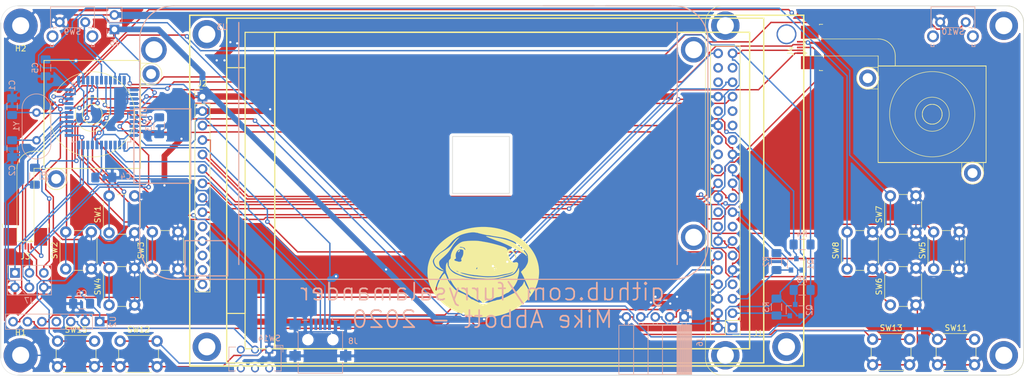
<source format=kicad_pcb>
(kicad_pcb (version 20171130) (host pcbnew "(5.1.5)-2")
  (layers (0 F.Cu signal) (31 B.Cu signal) (34 B.Paste user) (35 F.Paste user) (36 B.SilkS user) (37 F.SilkS user) (38 B.Mask user) (39 F.Mask user) (44 Edge.Cuts user))
  (net 0 "")
  (net 1 "Net-(J1-Pad7)")
  (net 2 "Net-(J1-Pad11)")
  (net 3 "Net-(J1-Pad15)")
  (net 4 "Net-(J1-Pad16)")
  (net 5 "Net-(J1-Pad26)")
  (net 6 "Net-(J1-Pad27)")
  (net 7 "Net-(J1-Pad28)")
  (net 8 "Net-(J1-Pad29)")
  (net 9 "Net-(J1-Pad31)")
  (net 10 "Net-(J1-Pad32)")
  (net 11 "Net-(J1-Pad36)")
  (net 12 "Net-(J1-Pad37)")
  (net 13 "Net-(J1-Pad38)")
  (net 14 +3V3)
  (net 15 +5V)
  (net 16 GND)
  (net 17 /LCD_LED)
  (net 18 /LCD_DC)
  (net 19 /LCD_MOSI)
  (net 20 /LCD_MISO)
  (net 21 /LCD_RESET)
  (net 22 /LCD_SCK)
  (net 23 /LCD_CS)
  (net 24 "Net-(J2-Pad13)")
  (net 25 "Net-(J2-Pad12)")
  (net 26 "Net-(J2-Pad11)")
  (net 27 "Net-(J2-Pad10)")
  (net 28 "Net-(J2-Pad14)")
  (net 29 "Net-(C1-Pad1)")
  (net 30 "Net-(C2-Pad1)")
  (net 31 "Net-(C3-Pad1)")
  (net 32 "Net-(C4-Pad1)")
  (net 33 /R_JOYSTICK_Y)
  (net 34 /R_JOYSTICK_BTN)
  (net 35 /R_JOYSTICK_X)
  (net 36 /L_JOYSTICK_Y)
  (net 37 /L_JOYSTICK_BTN)
  (net 38 /L_JOYSTICK_X)
  (net 39 /D_PAD_UP)
  (net 40 /D_PAD_LEFT)
  (net 41 /D_PAD_RIGHT)
  (net 42 /D_PAD_DOWN)
  (net 43 /GAMEPAD_A)
  (net 44 /GAMEPAD_B)
  (net 45 /GAMEPAD_X)
  (net 46 /GAMEPAD_Y)
  (net 47 /GAMEPAD_L)
  (net 48 /GAMEPAD_R)
  (net 49 /GAMEPAD_START)
  (net 50 /GAMEPAD_SELECT)
  (net 51 /GAMEPAD_HOME)
  (net 52 /UART_TX)
  (net 53 /UART_RX)
  (net 54 /I2S_BCLK)
  (net 55 /I2S_LRCLK)
  (net 56 /I2S_DIN)
  (net 57 "Net-(SW14-Pad2)")
  (net 58 "Net-(U2-Pad4)")
  (net 59 /MCU_RST)
  (net 60 /MCU_MOSI)
  (net 61 /MCU_MISO)
  (net 62 "Net-(J8-Pad4)")
  (net 63 /USB_D+)
  (net 64 /USB_D-)
  (net 65 /3v_I2C_SDA)
  (net 66 /3v_I2C_SCL)
  (net 67 /5v_I2C_SCL)
  (net 68 /5v_I2C_SDA)
  (net 69 "Net-(J1-Pad18)")
  (net 70 /MCU_SCLK)
  (net 71 /MACRO_BTN)
  (module Pi-A3-Game-Console:BatteryShield (layer B.Cu) (at 133 77.23 180)
    (fp_text reference U3 (at 46 20.5) (layer B.SilkS) (effects (justify mirror)))
    (fp_text value BatteryShield)
    (pad 3 thru_hole circle (at 58.04802 16.5 180) (size 4.5 4.5) (drill 3) (layers *.Cu *.Mask))
    (pad 2 thru_hole circle (at -36.9319 -16.5 180) (size 4.5 4.5) (drill 3) (layers *.Cu *.Mask))
    (pad 1 thru_hole circle (at -36.9319 16.5 180) (size 4.5 4.5) (drill 3) (layers *.Cu *.Mask))
  )
  (module Pi-A3-Game-Console:logo (layer F.Cu) (at 133 100)
    (fp_text reference G*** hide)
    (fp_text value LOGO hide)
  )
  (module Pi-A3-Game-Console:Nintendo-Switch-TE_0-1734839-5_1x05-1MP_P0.5mm_Horizontal (layer F.Cu) (at 190 60.33 90)
    (fp_text reference J4 (at -0.67 -3 90) (layer F.SilkS))
    (fp_text value "Left Joystick")
    (pad "" thru_hole circle (at -5.4 10.55 90) (size 3 3) (drill 1.75) (layers *.Cu *.Mask))
    (pad "" thru_hole circle (at -22.1 29 90) (size 3 3) (drill 1.75) (layers *.Cu *.Mask))
    (pad MP smd rect (at 2.67 0.35 90) (size 2.3 3.1) (layers F.Cu F.Paste F.Mask))
    (pad MP smd rect (at -2.67 0.35 90) (size 2.3 3.1) (layers F.Cu F.Paste F.Mask))
    (pad 5 smd rect (at 1 -1.35 90) (size 0.3 1.1) (layers F.Cu F.Paste F.Mask) (net 15 +5V))
    (pad 4 smd rect (at 0.5 -1.35 90) (size 0.3 1.1) (layers F.Cu F.Paste F.Mask) (net 36 /L_JOYSTICK_Y))
    (pad 3 smd rect (at 0 -1.35 90) (size 0.3 1.1) (layers F.Cu F.Paste F.Mask) (net 37 /L_JOYSTICK_BTN))
    (pad 2 smd rect (at -0.5 -1.35 90) (size 0.3 1.1) (layers F.Cu F.Paste F.Mask) (net 16 GND))
    (pad 1 smd rect (at -1 -1.35 90) (size 0.3 1.1) (layers F.Cu F.Paste F.Mask) (net 38 /L_JOYSTICK_X))
  )
  (module Pi-A3-Game-Console:Nintendo-Switch-TE_0-1734839-5_1x05-1MP_P0.5mm_Horizontal (layer F.Cu) (at 52.35 94 180)
    (fp_text reference J3 (at 0 -3.1) (layer F.SilkS))
    (fp_text value "Right Joystick")
    (pad "" thru_hole circle (at -5.4 10.55 180) (size 3 3) (drill 1.75) (layers *.Cu *.Mask))
    (pad "" thru_hole circle (at -22.1 29 180) (size 3 3) (drill 1.75) (layers *.Cu *.Mask))
    (pad MP smd rect (at 2.67 0.35 180) (size 2.3 3.1) (layers F.Cu F.Paste F.Mask))
    (pad MP smd rect (at -2.67 0.35 180) (size 2.3 3.1) (layers F.Cu F.Paste F.Mask))
    (pad 5 smd rect (at 1 -1.35 180) (size 0.3 1.1) (layers F.Cu F.Paste F.Mask) (net 15 +5V))
    (pad 4 smd rect (at 0.5 -1.35 180) (size 0.3 1.1) (layers F.Cu F.Paste F.Mask) (net 33 /R_JOYSTICK_Y))
    (pad 3 smd rect (at 0 -1.35 180) (size 0.3 1.1) (layers F.Cu F.Paste F.Mask) (net 34 /R_JOYSTICK_BTN))
    (pad 2 smd rect (at -0.5 -1.35 180) (size 0.3 1.1) (layers F.Cu F.Paste F.Mask) (net 16 GND))
    (pad 1 smd rect (at -1 -1.35 180) (size 0.3 1.1) (layers F.Cu F.Paste F.Mask) (net 35 /R_JOYSTICK_X))
  )
  (module Pi-A3-Game-Console:SPI_LCD_4in_ST7796S (layer F.Cu) (at 83.49 69)
    (fp_text reference J2 (at 0 -2.33) (layer F.SilkS))
    (fp_text value ILI9341-3.2"-TFT-LCD-Module)
    (pad 18 thru_hole circle (at 0.77 44.01) (size 5 5) (drill 3) (layers *.Cu *.Mask))
    (pad 17 thru_hole circle (at 102.77 44.01) (size 5 5) (drill 3) (layers *.Cu *.Mask))
    (pad 16 thru_hole circle (at 102.77 -10.99) (size 3.5 3.5) (drill 3) (layers *.Cu *.Mask))
    (pad 15 thru_hole circle (at 0.77 -10.99) (size 5 5) (drill 3) (layers *.Cu *.Mask))
    (pad 14 thru_hole oval (at 0 33.02) (size 1.7 1.7) (drill 1) (layers *.Cu *.Mask) (net 28 "Net-(J2-Pad14)"))
    (pad 13 thru_hole oval (at 0 30.48) (size 1.7 1.7) (drill 1) (layers *.Cu *.Mask) (net 24 "Net-(J2-Pad13)"))
    (pad 12 thru_hole oval (at 0 27.94) (size 1.7 1.7) (drill 1) (layers *.Cu *.Mask) (net 25 "Net-(J2-Pad12)"))
    (pad 11 thru_hole oval (at 0 25.4) (size 1.7 1.7) (drill 1) (layers *.Cu *.Mask) (net 26 "Net-(J2-Pad11)"))
    (pad 10 thru_hole oval (at 0 22.86) (size 1.7 1.7) (drill 1) (layers *.Cu *.Mask) (net 27 "Net-(J2-Pad10)"))
    (pad 9 thru_hole oval (at 0 20.32) (size 1.7 1.7) (drill 1) (layers *.Cu *.Mask) (net 20 /LCD_MISO))
    (pad 8 thru_hole oval (at 0 17.78) (size 1.7 1.7) (drill 1) (layers *.Cu *.Mask) (net 17 /LCD_LED))
    (pad 7 thru_hole oval (at 0 15.24) (size 1.7 1.7) (drill 1) (layers *.Cu *.Mask) (net 22 /LCD_SCK))
    (pad 6 thru_hole oval (at 0 12.7) (size 1.7 1.7) (drill 1) (layers *.Cu *.Mask) (net 19 /LCD_MOSI))
    (pad 5 thru_hole oval (at 0 10.16) (size 1.7 1.7) (drill 1) (layers *.Cu *.Mask) (net 18 /LCD_DC))
    (pad 4 thru_hole oval (at 0 7.62) (size 1.7 1.7) (drill 1) (layers *.Cu *.Mask) (net 21 /LCD_RESET))
    (pad 3 thru_hole oval (at 0 5.08) (size 1.7 1.7) (drill 1) (layers *.Cu *.Mask) (net 23 /LCD_CS))
    (pad 2 thru_hole oval (at 0 2.54) (size 1.7 1.7) (drill 1) (layers *.Cu *.Mask) (net 16 GND))
    (pad 1 thru_hole rect (at 0 0) (size 1.7 1.7) (drill 1) (layers *.Cu *.Mask) (net 15 +5V))
  )
  (module Resistor_SMD:R_1206_3216Metric_Pad1.42x1.75mm_HandSolder (layer B.Cu) (at 189.012 103 180)
    (fp_text reference R5 (at 0 1.82 180) (layer B.SilkS) (effects (justify mirror)))
    (fp_text value 10k)
    (pad 2 smd roundrect (at 1.4875 0 180) (size 1.425 1.75) (layers B.Cu B.Paste B.Mask) (roundrect_rratio 0.175439) (net 68 /5v_I2C_SDA))
    (pad 1 smd roundrect (at -1.4875 0 180) (size 1.425 1.75) (layers B.Cu B.Paste B.Mask) (roundrect_rratio 0.175439) (net 15 +5V))
  )
  (module Resistor_SMD:R_1206_3216Metric_Pad1.42x1.75mm_HandSolder (layer B.Cu) (at 189 95 180)
    (fp_text reference R4 (at 0 1.82 180) (layer B.SilkS) (effects (justify mirror)))
    (fp_text value 10k)
    (pad 2 smd roundrect (at 1.4875 0 180) (size 1.425 1.75) (layers B.Cu B.Paste B.Mask) (roundrect_rratio 0.175439) (net 67 /5v_I2C_SCL))
    (pad 1 smd roundrect (at -1.4875 0 180) (size 1.425 1.75) (layers B.Cu B.Paste B.Mask) (roundrect_rratio 0.175439) (net 15 +5V))
  )
  (module Resistor_SMD:R_1206_3216Metric_Pad1.42x1.75mm_HandSolder (layer B.Cu) (at 184.5 106.012 270)
    (fp_text reference R3 (at 0 1.82 90) (layer B.SilkS) (effects (justify mirror)))
    (fp_text value 10k)
    (pad 2 smd roundrect (at 1.4875 0 270) (size 1.425 1.75) (layers B.Cu B.Paste B.Mask) (roundrect_rratio 0.175439) (net 65 /3v_I2C_SDA))
    (pad 1 smd roundrect (at -1.4875 0 270) (size 1.425 1.75) (layers B.Cu B.Paste B.Mask) (roundrect_rratio 0.175439) (net 14 +3V3))
  )
  (module Resistor_SMD:R_1206_3216Metric_Pad1.42x1.75mm_HandSolder (layer B.Cu) (at 184.5 98.0125 270)
    (fp_text reference R2 (at 0 1.82 90) (layer B.SilkS) (effects (justify mirror)))
    (fp_text value 10k)
    (pad 2 smd roundrect (at 1.4875 0 270) (size 1.425 1.75) (layers B.Cu B.Paste B.Mask) (roundrect_rratio 0.175439) (net 66 /3v_I2C_SCL))
    (pad 1 smd roundrect (at -1.4875 0 270) (size 1.425 1.75) (layers B.Cu B.Paste B.Mask) (roundrect_rratio 0.175439) (net 14 +3V3))
  )
  (module Package_TO_SOT_SMD:SOT-23 (layer B.Cu) (at 187.79 106.55 90)
    (fp_text reference Q2 (at 0 2.5 90) (layer B.SilkS) (effects (justify mirror)))
    (fp_text value BSS138)
    (pad 3 smd rect (at 1 0 90) (size 0.9 0.8) (layers B.Cu B.Paste B.Mask) (net 68 /5v_I2C_SDA))
    (pad 2 smd rect (at -1 -0.95 90) (size 0.9 0.8) (layers B.Cu B.Paste B.Mask) (net 65 /3v_I2C_SDA))
    (pad 1 smd rect (at -1 0.95 90) (size 0.9 0.8) (layers B.Cu B.Paste B.Mask) (net 14 +3V3))
  )
  (module Package_TO_SOT_SMD:SOT-23 (layer B.Cu) (at 188 98.5 90)
    (fp_text reference Q1 (at 0 2.5 90) (layer B.SilkS) (effects (justify mirror)))
    (fp_text value BSS138)
    (pad 3 smd rect (at 1 0 90) (size 0.9 0.8) (layers B.Cu B.Paste B.Mask) (net 67 /5v_I2C_SCL))
    (pad 2 smd rect (at -1 -0.95 90) (size 0.9 0.8) (layers B.Cu B.Paste B.Mask) (net 66 /3v_I2C_SCL))
    (pad 1 smd rect (at -1 0.95 90) (size 0.9 0.8) (layers B.Cu B.Paste B.Mask) (net 14 +3V3))
  )
  (module Connector_PinHeader_2.54mm:PinHeader_2x03_P2.54mm_Vertical (layer B.Cu) (at 50.5 100 270)
    (fp_text reference J7 (at 4.89 -2.475) (layer B.SilkS) (effects (justify mirror)))
    (fp_text value AVR-ISP-6)
    (pad 6 thru_hole oval (at 2.54 -5.08 270) (size 1.7 1.7) (drill 1) (layers *.Cu *.Mask) (net 16 GND))
    (pad 5 thru_hole oval (at 0 -5.08 270) (size 1.7 1.7) (drill 1) (layers *.Cu *.Mask) (net 59 /MCU_RST))
    (pad 4 thru_hole oval (at 2.54 -2.54 270) (size 1.7 1.7) (drill 1) (layers *.Cu *.Mask) (net 60 /MCU_MOSI))
    (pad 3 thru_hole oval (at 0 -2.54 270) (size 1.7 1.7) (drill 1) (layers *.Cu *.Mask) (net 70 /MCU_SCLK))
    (pad 2 thru_hole oval (at 2.54 0 270) (size 1.7 1.7) (drill 1) (layers *.Cu *.Mask) (net 15 +5V))
    (pad 1 thru_hole rect (at 0 0 270) (size 1.7 1.7) (drill 1) (layers *.Cu *.Mask) (net 61 /MCU_MISO))
  )
  (module MountingHole:MountingHole_3mm_Pad (layer F.Cu) (at 51.5 56.5 180)
    (fp_text reference H2 (at 0 -4) (layer F.SilkS))
    (fp_text value Top_Left_Mount)
    (pad 1 thru_hole circle (at 0 0 180) (size 6 6) (drill 3) (layers *.Cu *.Mask) (net 16 GND))
  )
  (module MountingHole:MountingHole_3mm_Pad (layer F.Cu) (at 51.5 114.5)
    (fp_text reference H1 (at 0 -4) (layer F.SilkS))
    (fp_text value Bottom_Left_Mount)
    (pad 1 thru_hole circle (at 0 0) (size 6 6) (drill 3) (layers *.Cu *.Mask) (net 16 GND))
  )
  (module Connector_USB:USB_Mini-B_Lumberg_2486_01_Horizontal (layer B.Cu) (at 104.24 111.75 180)
    (fp_text reference J8 (at -5.75 -0.25) (layer B.SilkS) (effects (justify mirror)))
    (fp_text value USB_B_Mini)
    (pad 1 smd rect (at -1.6 2.7 180) (size 0.5 2) (layers B.Cu B.Paste B.Mask) (net 15 +5V))
    (pad 2 smd rect (at -0.8 2.7 180) (size 0.5 2) (layers B.Cu B.Paste B.Mask) (net 64 /USB_D-))
    (pad 3 smd rect (at 0 2.7 180) (size 0.5 2) (layers B.Cu B.Paste B.Mask) (net 63 /USB_D+))
    (pad 4 smd rect (at 0.8 2.7 180) (size 0.5 2) (layers B.Cu B.Paste B.Mask) (net 62 "Net-(J8-Pad4)"))
    (pad 5 smd rect (at 1.6 2.7 180) (size 0.5 2) (layers B.Cu B.Paste B.Mask) (net 16 GND))
    (pad 6 smd rect (at -4.45 2.6 180) (size 2 1.7) (layers B.Cu B.Paste B.Mask) (net 16 GND))
    (pad 6 smd rect (at -4.45 -2.85 180) (size 2 1.7) (layers B.Cu B.Paste B.Mask) (net 16 GND))
    (pad 6 smd rect (at 4.45 2.6 180) (size 2 1.7) (layers B.Cu B.Paste B.Mask) (net 16 GND))
    (pad 6 smd rect (at 4.45 -2.85 180) (size 2 1.7) (layers B.Cu B.Paste B.Mask) (net 16 GND))
    (pad "" np_thru_hole circle (at -2.2 0 180) (size 1 1) (drill 1) (layers *.Cu *.Mask))
    (pad "" np_thru_hole circle (at 2.2 0 180) (size 1 1) (drill 1) (layers *.Cu *.Mask))
  )
  (module Button_Switch_THT:SW_CuK_JS202011AQN_DPDT_Angled (layer B.Cu) (at 95.24 113.5 180)
    (fp_text reference SW14 (at 0 2) (layer B.SilkS) (effects (justify mirror)))
    (fp_text value AUDIO_MUTE)
    (pad 6 thru_hole circle (at 5 -3.3 180) (size 1.4 1.4) (drill 0.9) (layers *.Cu *.Mask))
    (pad 5 thru_hole circle (at 2.5 -3.3 180) (size 1.4 1.4) (drill 0.9) (layers *.Cu *.Mask))
    (pad 4 thru_hole circle (at 0 -3.3 180) (size 1.4 1.4) (drill 0.9) (layers *.Cu *.Mask))
    (pad 3 thru_hole circle (at 5 0 180) (size 1.4 1.4) (drill 0.9) (layers *.Cu *.Mask))
    (pad 2 thru_hole circle (at 2.5 0 180) (size 1.4 1.4) (drill 0.9) (layers *.Cu *.Mask) (net 57 "Net-(SW14-Pad2)"))
    (pad 1 thru_hole rect (at 0 0 180) (size 1.4 1.4) (drill 0.9) (layers *.Cu *.Mask) (net 16 GND))
  )
  (module Button_Switch_THT:SW_Tactile_SPST_Angled_PTS645Vx39-2LFS (layer B.Cu) (at 217.805 55.88 180)
    (fp_text reference SW10 (at 2.25 -1.68) (layer B.SilkS) (effects (justify mirror)))
    (fp_text value R_Button)
    (pad "" thru_hole circle (at -1.25 -2.49 180) (size 2.1 2.1) (drill 1.3) (layers *.Cu *.Mask))
    (pad 1 thru_hole circle (at 0 0 180) (size 1.75 1.75) (drill 0.99) (layers *.Cu *.Mask) (net 48 /GAMEPAD_R))
    (pad 2 thru_hole circle (at 4.5 0 180) (size 1.75 1.75) (drill 0.99) (layers *.Cu *.Mask) (net 16 GND))
    (pad "" thru_hole circle (at 5.76 -2.49 180) (size 2.1 2.1) (drill 1.3) (layers *.Cu *.Mask))
  )
  (module Button_Switch_THT:SW_Tactile_SPST_Angled_PTS645Vx39-2LFS (layer B.Cu) (at 62.865 55.88 180)
    (fp_text reference SW9 (at 2.25 -1.68) (layer B.SilkS) (effects (justify mirror)))
    (fp_text value L_Button)
    (pad "" thru_hole circle (at -1.25 -2.49 180) (size 2.1 2.1) (drill 1.3) (layers *.Cu *.Mask))
    (pad 1 thru_hole circle (at 0 0 180) (size 1.75 1.75) (drill 0.99) (layers *.Cu *.Mask) (net 47 /GAMEPAD_L))
    (pad 2 thru_hole circle (at 4.5 0 180) (size 1.75 1.75) (drill 0.99) (layers *.Cu *.Mask) (net 16 GND))
    (pad "" thru_hole circle (at 5.76 -2.49 180) (size 2.1 2.1) (drill 1.3) (layers *.Cu *.Mask))
  )
  (module Pi-A3-Game-Console:Raspberry_Pi_Model_3_A+ (layer F.Cu) (at 172 118 180)
    (fp_text reference J1 (at -9.2699 7.369999) (layer F.SilkS))
    (fp_text value Raspberry_Pi_2_3)
    (pad 44 thru_hole circle (at -52.4999 61.499999 180) (size 5 5) (drill 3) (layers *.Cu *.Mask))
    (pad 43 thru_hole custom (at -52.4999 3.499999 180) (size 5 5) (drill 3) (layers *.Cu *.Mask) (options (clearance outline) (anchor circle)) (primitives))
    (pad 42 thru_hole circle (at -3.4999 61.499999 180) (size 5 5) (drill 3) (layers *.Cu *.Mask))
    (pad 41 thru_hole circle (at -3.4999 3.499999 180) (size 5 5) (drill 3) (layers *.Cu *.Mask))
    (pad 1 thru_hole rect (at -4.7699 8.369999 180) (size 1.7 1.7) (drill 1) (layers *.Cu *.Mask) (net 14 +3V3))
    (pad 2 thru_hole oval (at -2.2299 8.369999 180) (size 1.7 1.7) (drill 1) (layers *.Cu *.Mask) (net 15 +5V))
    (pad 3 thru_hole oval (at -4.7699 10.909999 180) (size 1.7 1.7) (drill 1) (layers *.Cu *.Mask) (net 65 /3v_I2C_SDA))
    (pad 4 thru_hole oval (at -2.2299 10.909999 180) (size 1.7 1.7) (drill 1) (layers *.Cu *.Mask) (net 15 +5V))
    (pad 5 thru_hole oval (at -4.7699 13.449999 180) (size 1.7 1.7) (drill 1) (layers *.Cu *.Mask) (net 66 /3v_I2C_SCL))
    (pad 6 thru_hole oval (at -2.2299 13.449999 180) (size 1.7 1.7) (drill 1) (layers *.Cu *.Mask) (net 16 GND))
    (pad 7 thru_hole oval (at -4.7699 15.989999 180) (size 1.7 1.7) (drill 1) (layers *.Cu *.Mask) (net 1 "Net-(J1-Pad7)"))
    (pad 8 thru_hole oval (at -2.2299 15.989999 180) (size 1.7 1.7) (drill 1) (layers *.Cu *.Mask) (net 52 /UART_TX))
    (pad 9 thru_hole oval (at -4.7699 18.529999 180) (size 1.7 1.7) (drill 1) (layers *.Cu *.Mask) (net 16 GND))
    (pad 10 thru_hole oval (at -2.2299 18.529999 180) (size 1.7 1.7) (drill 1) (layers *.Cu *.Mask) (net 53 /UART_RX))
    (pad 11 thru_hole oval (at -4.7699 21.069999 180) (size 1.7 1.7) (drill 1) (layers *.Cu *.Mask) (net 2 "Net-(J1-Pad11)"))
    (pad 12 thru_hole oval (at -2.2299 21.069999 180) (size 1.7 1.7) (drill 1) (layers *.Cu *.Mask) (net 54 /I2S_BCLK))
    (pad 13 thru_hole oval (at -4.7699 23.609999 180) (size 1.7 1.7) (drill 1) (layers *.Cu *.Mask) (net 21 /LCD_RESET))
    (pad 14 thru_hole oval (at -2.2299 23.609999 180) (size 1.7 1.7) (drill 1) (layers *.Cu *.Mask) (net 16 GND))
    (pad 15 thru_hole oval (at -4.7699 26.149999 180) (size 1.7 1.7) (drill 1) (layers *.Cu *.Mask) (net 3 "Net-(J1-Pad15)"))
    (pad 16 thru_hole oval (at -2.2299 26.149999 180) (size 1.7 1.7) (drill 1) (layers *.Cu *.Mask) (net 4 "Net-(J1-Pad16)"))
    (pad 17 thru_hole oval (at -4.7699 28.689999 180) (size 1.7 1.7) (drill 1) (layers *.Cu *.Mask) (net 14 +3V3))
    (pad 18 thru_hole oval (at -2.2299 28.689999 180) (size 1.7 1.7) (drill 1) (layers *.Cu *.Mask) (net 69 "Net-(J1-Pad18)"))
    (pad 19 thru_hole oval (at -4.7699 31.229999 180) (size 1.7 1.7) (drill 1) (layers *.Cu *.Mask) (net 19 /LCD_MOSI))
    (pad 20 thru_hole oval (at -2.2299 31.229999 180) (size 1.7 1.7) (drill 1) (layers *.Cu *.Mask) (net 16 GND))
    (pad 21 thru_hole oval (at -4.7699 33.769999 180) (size 1.7 1.7) (drill 1) (layers *.Cu *.Mask) (net 20 /LCD_MISO))
    (pad 22 thru_hole oval (at -2.2299 33.769999 180) (size 1.7 1.7) (drill 1) (layers *.Cu *.Mask) (net 18 /LCD_DC))
    (pad 23 thru_hole oval (at -4.7699 36.309999 180) (size 1.7 1.7) (drill 1) (layers *.Cu *.Mask) (net 22 /LCD_SCK))
    (pad 24 thru_hole oval (at -2.2299 36.309999 180) (size 1.7 1.7) (drill 1) (layers *.Cu *.Mask) (net 23 /LCD_CS))
    (pad 25 thru_hole oval (at -4.7699 38.849999 180) (size 1.7 1.7) (drill 1) (layers *.Cu *.Mask) (net 16 GND))
    (pad 26 thru_hole oval (at -2.2299 38.849999 180) (size 1.7 1.7) (drill 1) (layers *.Cu *.Mask) (net 5 "Net-(J1-Pad26)"))
    (pad 27 thru_hole oval (at -4.7699 41.389999 180) (size 1.7 1.7) (drill 1) (layers *.Cu *.Mask) (net 6 "Net-(J1-Pad27)"))
    (pad 28 thru_hole oval (at -2.2299 41.389999 180) (size 1.7 1.7) (drill 1) (layers *.Cu *.Mask) (net 7 "Net-(J1-Pad28)"))
    (pad 29 thru_hole oval (at -4.7699 43.929999 180) (size 1.7 1.7) (drill 1) (layers *.Cu *.Mask) (net 8 "Net-(J1-Pad29)"))
    (pad 30 thru_hole oval (at -2.2299 43.929999 180) (size 1.7 1.7) (drill 1) (layers *.Cu *.Mask) (net 16 GND))
    (pad 31 thru_hole oval (at -4.7699 46.469999 180) (size 1.7 1.7) (drill 1) (layers *.Cu *.Mask) (net 9 "Net-(J1-Pad31)"))
    (pad 32 thru_hole oval (at -2.2299 46.469999 180) (size 1.7 1.7) (drill 1) (layers *.Cu *.Mask) (net 10 "Net-(J1-Pad32)"))
    (pad 33 thru_hole oval (at -4.7699 49.009999 180) (size 1.7 1.7) (drill 1) (layers *.Cu *.Mask) (net 17 /LCD_LED))
    (pad 34 thru_hole oval (at -2.2299 49.009999 180) (size 1.7 1.7) (drill 1) (layers *.Cu *.Mask) (net 16 GND))
    (pad 35 thru_hole oval (at -4.7699 51.549999 180) (size 1.7 1.7) (drill 1) (layers *.Cu *.Mask) (net 55 /I2S_LRCLK))
    (pad 36 thru_hole oval (at -2.2299 51.549999 180) (size 1.7 1.7) (drill 1) (layers *.Cu *.Mask) (net 11 "Net-(J1-Pad36)"))
    (pad 37 thru_hole oval (at -4.7699 54.089999 180) (size 1.7 1.7) (drill 1) (layers *.Cu *.Mask) (net 12 "Net-(J1-Pad37)"))
    (pad 38 thru_hole oval (at -2.2299 54.089999 180) (size 1.7 1.7) (drill 1) (layers *.Cu *.Mask) (net 13 "Net-(J1-Pad38)"))
    (pad 39 thru_hole oval (at -4.7699 56.629999 180) (size 1.7 1.7) (drill 1) (layers *.Cu *.Mask) (net 16 GND))
    (pad 40 thru_hole oval (at -2.2299 56.629999 180) (size 1.7 1.7) (drill 1) (layers *.Cu *.Mask) (net 56 /I2S_DIN))
  )
  (module Button_Switch_THT:SW_PUSH_6mm (layer F.Cu) (at 58 112)
    (fp_text reference SW15 (at 3.25 -2) (layer F.SilkS))
    (fp_text value MACRO_Button)
    (pad 2 thru_hole circle (at 0 4.5 90) (size 2 2) (drill 1.1) (layers *.Cu *.Mask) (net 16 GND))
    (pad 1 thru_hole circle (at 0 0 90) (size 2 2) (drill 1.1) (layers *.Cu *.Mask) (net 71 /MACRO_BTN))
    (pad 2 thru_hole circle (at 6.5 4.5 90) (size 2 2) (drill 1.1) (layers *.Cu *.Mask) (net 16 GND))
    (pad 1 thru_hole circle (at 6.5 0 90) (size 2 2) (drill 1.1) (layers *.Cu *.Mask) (net 71 /MACRO_BTN))
  )
  (module Connector_PinHeader_2.54mm:PinHeader_1x07_P2.54mm_Vertical (layer B.Cu) (at 65.405 108.585 90)
    (fp_text reference U2 (at 0 2.33 90) (layer B.SilkS) (effects (justify mirror)))
    (fp_text value MAX98357A-Mono-3W-I2S)
    (pad 7 thru_hole oval (at 0 -15.24 90) (size 1.7 1.7) (drill 1) (layers *.Cu *.Mask) (net 55 /I2S_LRCLK))
    (pad 6 thru_hole oval (at 0 -12.7 90) (size 1.7 1.7) (drill 1) (layers *.Cu *.Mask) (net 54 /I2S_BCLK))
    (pad 5 thru_hole oval (at 0 -10.16 90) (size 1.7 1.7) (drill 1) (layers *.Cu *.Mask) (net 56 /I2S_DIN))
    (pad 4 thru_hole oval (at 0 -7.62 90) (size 1.7 1.7) (drill 1) (layers *.Cu *.Mask) (net 58 "Net-(U2-Pad4)"))
    (pad 3 thru_hole oval (at 0 -5.08 90) (size 1.7 1.7) (drill 1) (layers *.Cu *.Mask) (net 57 "Net-(SW14-Pad2)"))
    (pad 2 thru_hole oval (at 0 -2.54 90) (size 1.7 1.7) (drill 1) (layers *.Cu *.Mask) (net 16 GND))
    (pad 1 thru_hole rect (at 0 0 90) (size 1.7 1.7) (drill 1) (layers *.Cu *.Mask) (net 15 +5V))
  )
  (module Connector_PinSocket_2.54mm:PinSocket_1x05_P2.54mm_Horizontal (layer B.Cu) (at 168.25 107.75 90)
    (fp_text reference J6 (at -4.38 2.77 270) (layer B.SilkS) (effects (justify mirror)))
    (fp_text value "Link Cable Connector")
    (pad 5 thru_hole oval (at 0 -10.16 90) (size 1.7 1.7) (drill 1) (layers *.Cu *.Mask) (net 16 GND))
    (pad 4 thru_hole oval (at 0 -7.62 90) (size 1.7 1.7) (drill 1) (layers *.Cu *.Mask) (net 53 /UART_RX))
    (pad 3 thru_hole oval (at 0 -5.08 90) (size 1.7 1.7) (drill 1) (layers *.Cu *.Mask) (net 14 +3V3))
    (pad 2 thru_hole oval (at 0 -2.54 90) (size 1.7 1.7) (drill 1) (layers *.Cu *.Mask) (net 52 /UART_TX))
    (pad 1 thru_hole rect (at 0 0 90) (size 1.7 1.7) (drill 1) (layers *.Cu *.Mask) (net 16 GND))
  )
  (module Capacitor_SMD:C_1206_3216Metric_Pad1.42x1.75mm_HandSolder (layer B.Cu) (at 62.23 105.41 180)
    (fp_text reference C6 (at 0 1.82) (layer B.SilkS) (effects (justify mirror)))
    (fp_text value 1uF)
    (pad 2 smd roundrect (at 1.4875 0 180) (size 1.425 1.75) (layers B.Cu B.Paste B.Mask) (roundrect_rratio 0.175439) (net 16 GND))
    (pad 1 smd roundrect (at -1.4875 0 180) (size 1.425 1.75) (layers B.Cu B.Paste B.Mask) (roundrect_rratio 0.175439) (net 15 +5V))
  )
  (module Button_Switch_THT:SW_PUSH_6mm (layer F.Cu) (at 201.42 111.68)
    (fp_text reference SW13 (at 3.25 -2) (layer F.SilkS))
    (fp_text value HOME_Button)
    (pad 1 thru_hole circle (at 6.5 0 90) (size 2 2) (drill 1.1) (layers *.Cu *.Mask) (net 51 /GAMEPAD_HOME))
    (pad 2 thru_hole circle (at 6.5 4.5 90) (size 2 2) (drill 1.1) (layers *.Cu *.Mask) (net 16 GND))
    (pad 1 thru_hole circle (at 0 0 90) (size 2 2) (drill 1.1) (layers *.Cu *.Mask) (net 51 /GAMEPAD_HOME))
    (pad 2 thru_hole circle (at 0 4.5 90) (size 2 2) (drill 1.1) (layers *.Cu *.Mask) (net 16 GND))
  )
  (module Crystal:Crystal_HC49-4H_Vertical (layer B.Cu) (at 54.285 71.79 270)
    (fp_text reference Y1 (at 2.44 3.525 270) (layer B.SilkS) (effects (justify mirror)))
    (fp_text value 16Mhz)
    (pad 2 thru_hole circle (at 4.88 0 270) (size 1.5 1.5) (drill 0.8) (layers *.Cu *.Mask) (net 30 "Net-(C2-Pad1)"))
    (pad 1 thru_hole circle (at 0 0 270) (size 1.5 1.5) (drill 0.8) (layers *.Cu *.Mask) (net 29 "Net-(C1-Pad1)"))
  )
  (module Resistor_SMD:R_1206_3216Metric_Pad1.42x1.75mm_HandSolder (layer B.Cu) (at 54 82.9875 90)
    (fp_text reference R1 (at 0 1.82 270) (layer B.SilkS) (effects (justify mirror)))
    (fp_text value 10k)
    (pad 2 smd roundrect (at 1.4875 0 90) (size 1.425 1.75) (layers B.Cu B.Paste B.Mask) (roundrect_rratio 0.175439) (net 59 /MCU_RST))
    (pad 1 smd roundrect (at -1.4875 0 90) (size 1.425 1.75) (layers B.Cu B.Paste B.Mask) (roundrect_rratio 0.175439) (net 15 +5V))
  )
  (module Connector_PinHeader_2.54mm:PinHeader_1x02_P2.54mm_Vertical (layer B.Cu) (at 68 57.15)
    (fp_text reference J5 (at 0 2.33) (layer B.SilkS) (effects (justify mirror)))
    (fp_text value "Power Input")
    (pad 2 thru_hole oval (at 0 -2.54) (size 1.7 1.7) (drill 1) (layers *.Cu *.Mask) (net 16 GND))
    (pad 1 thru_hole rect (at 0 0) (size 1.7 1.7) (drill 1) (layers *.Cu *.Mask) (net 15 +5V))
  )
  (module Capacitor_SMD:C_1206_3216Metric_Pad1.42x1.75mm_HandSolder (layer B.Cu) (at 55.88 63.9175 270)
    (fp_text reference C5 (at 0 1.82 90) (layer B.SilkS) (effects (justify mirror)))
    (fp_text value 1uF)
    (pad 2 smd roundrect (at 1.4875 0 270) (size 1.425 1.75) (layers B.Cu B.Paste B.Mask) (roundrect_rratio 0.175439) (net 16 GND))
    (pad 1 smd roundrect (at -1.4875 0 270) (size 1.425 1.75) (layers B.Cu B.Paste B.Mask) (roundrect_rratio 0.175439) (net 15 +5V))
  )
  (module Capacitor_SMD:C_1206_3216Metric_Pad1.42x1.75mm_HandSolder (layer B.Cu) (at 66.1325 83.22)
    (fp_text reference C4 (at 3.8675 -0.22) (layer B.SilkS) (effects (justify mirror)))
    (fp_text value 1uF)
    (pad 2 smd roundrect (at 1.4875 0) (size 1.425 1.75) (layers B.Cu B.Paste B.Mask) (roundrect_rratio 0.175439) (net 16 GND))
    (pad 1 smd roundrect (at -1.4875 0) (size 1.425 1.75) (layers B.Cu B.Paste B.Mask) (roundrect_rratio 0.175439) (net 32 "Net-(C4-Pad1)"))
  )
  (module Capacitor_SMD:C_1206_3216Metric_Pad1.42x1.75mm_HandSolder (layer B.Cu) (at 75.875 74.1125 270)
    (fp_text reference C3 (at 0 1.82 270) (layer B.SilkS) (effects (justify mirror)))
    (fp_text value 1uF)
    (pad 2 smd roundrect (at 1.4875 0 270) (size 1.425 1.75) (layers B.Cu B.Paste B.Mask) (roundrect_rratio 0.175439) (net 16 GND))
    (pad 1 smd roundrect (at -1.4875 0 270) (size 1.425 1.75) (layers B.Cu B.Paste B.Mask) (roundrect_rratio 0.175439) (net 31 "Net-(C3-Pad1)"))
  )
  (module Capacitor_SMD:C_1206_3216Metric_Pad1.42x1.75mm_HandSolder (layer B.Cu) (at 50 78.14 270)
    (fp_text reference C2 (at 3.86 0 270) (layer B.SilkS) (effects (justify mirror)))
    (fp_text value 22pF)
    (pad 2 smd roundrect (at 1.4875 0 270) (size 1.425 1.75) (layers B.Cu B.Paste B.Mask) (roundrect_rratio 0.175439) (net 16 GND))
    (pad 1 smd roundrect (at -1.4875 0 270) (size 1.425 1.75) (layers B.Cu B.Paste B.Mask) (roundrect_rratio 0.175439) (net 30 "Net-(C2-Pad1)"))
  )
  (module Capacitor_SMD:C_1206_3216Metric_Pad1.42x1.75mm_HandSolder (layer B.Cu) (at 50 70.7375 90)
    (fp_text reference C1 (at 3.7375 0 270) (layer B.SilkS) (effects (justify mirror)))
    (fp_text value 22pF)
    (pad 2 smd roundrect (at 1.4875 0 90) (size 1.425 1.75) (layers B.Cu B.Paste B.Mask) (roundrect_rratio 0.175439) (net 16 GND))
    (pad 1 smd roundrect (at -1.4875 0 90) (size 1.425 1.75) (layers B.Cu B.Paste B.Mask) (roundrect_rratio 0.175439) (net 29 "Net-(C1-Pad1)"))
  )
  (module Package_QFP:TQFP-44_10x10mm_P0.8mm (layer B.Cu) (at 65.715 71.79 90)
    (fp_text reference U1 (at 0 7.45 270) (layer B.SilkS) (effects (justify mirror)))
    (fp_text value ATmega32U4-AU)
    (pad 44 smd rect (at -4 5.7) (size 1.5 0.55) (layers B.Cu B.Paste B.Mask) (net 15 +5V))
    (pad 43 smd rect (at -3.2 5.7) (size 1.5 0.55) (layers B.Cu B.Paste B.Mask) (net 16 GND))
    (pad 42 smd rect (at -2.4 5.7) (size 1.5 0.55) (layers B.Cu B.Paste B.Mask) (net 31 "Net-(C3-Pad1)"))
    (pad 41 smd rect (at -1.6 5.7) (size 1.5 0.55) (layers B.Cu B.Paste B.Mask) (net 34 /R_JOYSTICK_BTN))
    (pad 40 smd rect (at -0.8 5.7) (size 1.5 0.55) (layers B.Cu B.Paste B.Mask) (net 71 /MACRO_BTN))
    (pad 39 smd rect (at 0 5.7) (size 1.5 0.55) (layers B.Cu B.Paste B.Mask) (net 35 /R_JOYSTICK_X))
    (pad 38 smd rect (at 0.8 5.7) (size 1.5 0.55) (layers B.Cu B.Paste B.Mask) (net 33 /R_JOYSTICK_Y))
    (pad 37 smd rect (at 1.6 5.7) (size 1.5 0.55) (layers B.Cu B.Paste B.Mask) (net 38 /L_JOYSTICK_X))
    (pad 36 smd rect (at 2.4 5.7) (size 1.5 0.55) (layers B.Cu B.Paste B.Mask) (net 36 /L_JOYSTICK_Y))
    (pad 35 smd rect (at 3.2 5.7) (size 1.5 0.55) (layers B.Cu B.Paste B.Mask) (net 16 GND))
    (pad 34 smd rect (at 4 5.7) (size 1.5 0.55) (layers B.Cu B.Paste B.Mask) (net 15 +5V))
    (pad 33 smd rect (at 5.7 4 90) (size 1.5 0.55) (layers B.Cu B.Paste B.Mask) (net 16 GND))
    (pad 32 smd rect (at 5.7 3.2 90) (size 1.5 0.55) (layers B.Cu B.Paste B.Mask) (net 48 /GAMEPAD_R))
    (pad 31 smd rect (at 5.7 2.4 90) (size 1.5 0.55) (layers B.Cu B.Paste B.Mask) (net 47 /GAMEPAD_L))
    (pad 30 smd rect (at 5.7 1.6 90) (size 1.5 0.55) (layers B.Cu B.Paste B.Mask) (net 50 /GAMEPAD_SELECT))
    (pad 29 smd rect (at 5.7 0.8 90) (size 1.5 0.55) (layers B.Cu B.Paste B.Mask) (net 51 /GAMEPAD_HOME))
    (pad 28 smd rect (at 5.7 0 90) (size 1.5 0.55) (layers B.Cu B.Paste B.Mask) (net 49 /GAMEPAD_START))
    (pad 27 smd rect (at 5.7 -0.8 90) (size 1.5 0.55) (layers B.Cu B.Paste B.Mask) (net 41 /D_PAD_RIGHT))
    (pad 26 smd rect (at 5.7 -1.6 90) (size 1.5 0.55) (layers B.Cu B.Paste B.Mask) (net 40 /D_PAD_LEFT))
    (pad 25 smd rect (at 5.7 -2.4 90) (size 1.5 0.55) (layers B.Cu B.Paste B.Mask) (net 39 /D_PAD_UP))
    (pad 24 smd rect (at 5.7 -3.2 90) (size 1.5 0.55) (layers B.Cu B.Paste B.Mask) (net 15 +5V))
    (pad 23 smd rect (at 5.7 -4 90) (size 1.5 0.55) (layers B.Cu B.Paste B.Mask) (net 16 GND))
    (pad 22 smd rect (at 4 -5.7) (size 1.5 0.55) (layers B.Cu B.Paste B.Mask) (net 42 /D_PAD_DOWN))
    (pad 21 smd rect (at 3.2 -5.7) (size 1.5 0.55) (layers B.Cu B.Paste B.Mask) (net 46 /GAMEPAD_Y))
    (pad 20 smd rect (at 2.4 -5.7) (size 1.5 0.55) (layers B.Cu B.Paste B.Mask) (net 45 /GAMEPAD_X))
    (pad 19 smd rect (at 1.6 -5.7) (size 1.5 0.55) (layers B.Cu B.Paste B.Mask) (net 68 /5v_I2C_SDA))
    (pad 18 smd rect (at 0.8 -5.7) (size 1.5 0.55) (layers B.Cu B.Paste B.Mask) (net 67 /5v_I2C_SCL))
    (pad 17 smd rect (at 0 -5.7) (size 1.5 0.55) (layers B.Cu B.Paste B.Mask) (net 29 "Net-(C1-Pad1)"))
    (pad 16 smd rect (at -0.8 -5.7) (size 1.5 0.55) (layers B.Cu B.Paste B.Mask) (net 30 "Net-(C2-Pad1)"))
    (pad 15 smd rect (at -1.6 -5.7) (size 1.5 0.55) (layers B.Cu B.Paste B.Mask) (net 16 GND))
    (pad 14 smd rect (at -2.4 -5.7) (size 1.5 0.55) (layers B.Cu B.Paste B.Mask) (net 15 +5V))
    (pad 13 smd rect (at -3.2 -5.7) (size 1.5 0.55) (layers B.Cu B.Paste B.Mask) (net 59 /MCU_RST))
    (pad 12 smd rect (at -4 -5.7) (size 1.5 0.55) (layers B.Cu B.Paste B.Mask) (net 43 /GAMEPAD_A))
    (pad 11 smd rect (at -5.7 -4 90) (size 1.5 0.55) (layers B.Cu B.Paste B.Mask) (net 61 /MCU_MISO))
    (pad 10 smd rect (at -5.7 -3.2 90) (size 1.5 0.55) (layers B.Cu B.Paste B.Mask) (net 60 /MCU_MOSI))
    (pad 9 smd rect (at -5.7 -2.4 90) (size 1.5 0.55) (layers B.Cu B.Paste B.Mask) (net 70 /MCU_SCLK))
    (pad 8 smd rect (at -5.7 -1.6 90) (size 1.5 0.55) (layers B.Cu B.Paste B.Mask) (net 37 /L_JOYSTICK_BTN))
    (pad 7 smd rect (at -5.7 -0.8 90) (size 1.5 0.55) (layers B.Cu B.Paste B.Mask) (net 15 +5V))
    (pad 6 smd rect (at -5.7 0 90) (size 1.5 0.55) (layers B.Cu B.Paste B.Mask) (net 32 "Net-(C4-Pad1)"))
    (pad 5 smd rect (at -5.7 0.8 90) (size 1.5 0.55) (layers B.Cu B.Paste B.Mask) (net 16 GND))
    (pad 4 smd rect (at -5.7 1.6 90) (size 1.5 0.55) (layers B.Cu B.Paste B.Mask) (net 63 /USB_D+))
    (pad 3 smd rect (at -5.7 2.4 90) (size 1.5 0.55) (layers B.Cu B.Paste B.Mask) (net 64 /USB_D-))
    (pad 2 smd rect (at -5.7 3.2 90) (size 1.5 0.55) (layers B.Cu B.Paste B.Mask) (net 15 +5V))
    (pad 1 smd rect (at -5.7 4 90) (size 1.5 0.55) (layers B.Cu B.Paste B.Mask) (net 44 /GAMEPAD_B))
  )
  (module Button_Switch_THT:SW_PUSH_6mm (layer F.Cu) (at 69 112)
    (fp_text reference SW12 (at 3.25 -2) (layer F.SilkS))
    (fp_text value SELECT_Button)
    (pad 1 thru_hole circle (at 6.5 0 90) (size 2 2) (drill 1.1) (layers *.Cu *.Mask) (net 50 /GAMEPAD_SELECT))
    (pad 2 thru_hole circle (at 6.5 4.5 90) (size 2 2) (drill 1.1) (layers *.Cu *.Mask) (net 16 GND))
    (pad 1 thru_hole circle (at 0 0 90) (size 2 2) (drill 1.1) (layers *.Cu *.Mask) (net 50 /GAMEPAD_SELECT))
    (pad 2 thru_hole circle (at 0 4.5 90) (size 2 2) (drill 1.1) (layers *.Cu *.Mask) (net 16 GND))
  )
  (module Button_Switch_THT:SW_PUSH_6mm (layer F.Cu) (at 212.85 111.68)
    (fp_text reference SW11 (at 3.25 -2) (layer F.SilkS))
    (fp_text value START_Button)
    (pad 1 thru_hole circle (at 6.5 0 90) (size 2 2) (drill 1.1) (layers *.Cu *.Mask) (net 49 /GAMEPAD_START))
    (pad 2 thru_hole circle (at 6.5 4.5 90) (size 2 2) (drill 1.1) (layers *.Cu *.Mask) (net 16 GND))
    (pad 1 thru_hole circle (at 0 0 90) (size 2 2) (drill 1.1) (layers *.Cu *.Mask) (net 49 /GAMEPAD_START))
    (pad 2 thru_hole circle (at 0 4.5 90) (size 2 2) (drill 1.1) (layers *.Cu *.Mask) (net 16 GND))
  )
  (module Button_Switch_THT:SW_PUSH_6mm (layer F.Cu) (at 196.92 99.3 90)
    (fp_text reference SW8 (at 3.25 -2 90) (layer F.SilkS))
    (fp_text value Y_Button)
    (pad 1 thru_hole circle (at 6.5 0 180) (size 2 2) (drill 1.1) (layers *.Cu *.Mask) (net 46 /GAMEPAD_Y))
    (pad 2 thru_hole circle (at 6.5 4.5 180) (size 2 2) (drill 1.1) (layers *.Cu *.Mask) (net 16 GND))
    (pad 1 thru_hole circle (at 0 0 180) (size 2 2) (drill 1.1) (layers *.Cu *.Mask) (net 46 /GAMEPAD_Y))
    (pad 2 thru_hole circle (at 0 4.5 180) (size 2 2) (drill 1.1) (layers *.Cu *.Mask) (net 16 GND))
  )
  (module Button_Switch_THT:SW_PUSH_6mm (layer F.Cu) (at 204.54 92.95 90)
    (fp_text reference SW7 (at 3.25 -2 90) (layer F.SilkS))
    (fp_text value X_Button)
    (pad 1 thru_hole circle (at 6.5 0 180) (size 2 2) (drill 1.1) (layers *.Cu *.Mask) (net 45 /GAMEPAD_X))
    (pad 2 thru_hole circle (at 6.5 4.5 180) (size 2 2) (drill 1.1) (layers *.Cu *.Mask) (net 16 GND))
    (pad 1 thru_hole circle (at 0 0 180) (size 2 2) (drill 1.1) (layers *.Cu *.Mask) (net 45 /GAMEPAD_X))
    (pad 2 thru_hole circle (at 0 4.5 180) (size 2 2) (drill 1.1) (layers *.Cu *.Mask) (net 16 GND))
  )
  (module Button_Switch_THT:SW_PUSH_6mm (layer F.Cu) (at 204.54 105.65 90)
    (fp_text reference SW6 (at 3.25 -2 90) (layer F.SilkS))
    (fp_text value B_Button)
    (pad 1 thru_hole circle (at 6.5 0 180) (size 2 2) (drill 1.1) (layers *.Cu *.Mask) (net 44 /GAMEPAD_B))
    (pad 2 thru_hole circle (at 6.5 4.5 180) (size 2 2) (drill 1.1) (layers *.Cu *.Mask) (net 16 GND))
    (pad 1 thru_hole circle (at 0 0 180) (size 2 2) (drill 1.1) (layers *.Cu *.Mask) (net 44 /GAMEPAD_B))
    (pad 2 thru_hole circle (at 0 4.5 180) (size 2 2) (drill 1.1) (layers *.Cu *.Mask) (net 16 GND))
  )
  (module Button_Switch_THT:SW_PUSH_6mm (layer F.Cu) (at 212.16 99.3 90)
    (fp_text reference SW5 (at 3.25 -2 90) (layer F.SilkS))
    (fp_text value A_Button)
    (pad 1 thru_hole circle (at 6.5 0 180) (size 2 2) (drill 1.1) (layers *.Cu *.Mask) (net 43 /GAMEPAD_A))
    (pad 2 thru_hole circle (at 6.5 4.5 180) (size 2 2) (drill 1.1) (layers *.Cu *.Mask) (net 16 GND))
    (pad 1 thru_hole circle (at 0 0 180) (size 2 2) (drill 1.1) (layers *.Cu *.Mask) (net 43 /GAMEPAD_A))
    (pad 2 thru_hole circle (at 0 4.5 180) (size 2 2) (drill 1.1) (layers *.Cu *.Mask) (net 16 GND))
  )
  (module Button_Switch_THT:SW_PUSH_6mm (layer F.Cu) (at 67.055 105.65 90)
    (fp_text reference SW4 (at 3.25 -2 90) (layer F.SilkS))
    (fp_text value D_PAD_DOWN_Button)
    (pad 1 thru_hole circle (at 6.5 0 180) (size 2 2) (drill 1.1) (layers *.Cu *.Mask) (net 42 /D_PAD_DOWN))
    (pad 2 thru_hole circle (at 6.5 4.5 180) (size 2 2) (drill 1.1) (layers *.Cu *.Mask) (net 16 GND))
    (pad 1 thru_hole circle (at 0 0 180) (size 2 2) (drill 1.1) (layers *.Cu *.Mask) (net 42 /D_PAD_DOWN))
    (pad 2 thru_hole circle (at 0 4.5 180) (size 2 2) (drill 1.1) (layers *.Cu *.Mask) (net 16 GND))
  )
  (module Button_Switch_THT:SW_PUSH_6mm (layer F.Cu) (at 74.675 99.3 90)
    (fp_text reference SW3 (at 3.25 -2 90) (layer F.SilkS))
    (fp_text value D_PAD_RIGHT_Button)
    (pad 1 thru_hole circle (at 6.5 0 180) (size 2 2) (drill 1.1) (layers *.Cu *.Mask) (net 41 /D_PAD_RIGHT))
    (pad 2 thru_hole circle (at 6.5 4.5 180) (size 2 2) (drill 1.1) (layers *.Cu *.Mask) (net 16 GND))
    (pad 1 thru_hole circle (at 0 0 180) (size 2 2) (drill 1.1) (layers *.Cu *.Mask) (net 41 /D_PAD_RIGHT))
    (pad 2 thru_hole circle (at 0 4.5 180) (size 2 2) (drill 1.1) (layers *.Cu *.Mask) (net 16 GND))
  )
  (module Button_Switch_THT:SW_PUSH_6mm (layer F.Cu) (at 59.435 99.3 90)
    (fp_text reference SW2 (at 3.25 -2 90) (layer F.SilkS))
    (fp_text value D_PAD_LEFT_Button)
    (pad 1 thru_hole circle (at 6.5 0 180) (size 2 2) (drill 1.1) (layers *.Cu *.Mask) (net 40 /D_PAD_LEFT))
    (pad 2 thru_hole circle (at 6.5 4.5 180) (size 2 2) (drill 1.1) (layers *.Cu *.Mask) (net 16 GND))
    (pad 1 thru_hole circle (at 0 0 180) (size 2 2) (drill 1.1) (layers *.Cu *.Mask) (net 40 /D_PAD_LEFT))
    (pad 2 thru_hole circle (at 0 4.5 180) (size 2 2) (drill 1.1) (layers *.Cu *.Mask) (net 16 GND))
  )
  (module Button_Switch_THT:SW_PUSH_6mm (layer F.Cu) (at 67.055 92.95 90)
    (fp_text reference SW1 (at 3.25 -2 90) (layer F.SilkS))
    (fp_text value D_PAD_UP_Button)
    (pad 1 thru_hole circle (at 6.5 0 180) (size 2 2) (drill 1.1) (layers *.Cu *.Mask) (net 39 /D_PAD_UP))
    (pad 2 thru_hole circle (at 6.5 4.5 180) (size 2 2) (drill 1.1) (layers *.Cu *.Mask) (net 16 GND))
    (pad 1 thru_hole circle (at 0 0 180) (size 2 2) (drill 1.1) (layers *.Cu *.Mask) (net 39 /D_PAD_UP))
    (pad 2 thru_hole circle (at 0 4.5 180) (size 2 2) (drill 1.1) (layers *.Cu *.Mask) (net 16 GND))
  )
  (gr_line (start 137.5 76) (end 137.5 86) (layer Edge.Cuts) (width 0.1))
  (gr_line (start 127.5 76) (end 137.5 76) (layer Edge.Cuts) (width 0.1))
  (gr_line (start 127.5 86) (end 127.5 76) (layer Edge.Cuts) (width 0.1))
  (gr_line (start 137.5 86) (end 127.5 86) (layer Edge.Cuts) (width 0.1))
  (gr_text "github.com/furrysalamander\nMike Abbott - 2020" (at 132.75 105.75) (layer B.SilkS) (effects (font (size 3 3) (thickness 0.3)) (justify mirror)))
  (gr_arc (start 51 115) (end 48 115) (angle -90) (layer Edge.Cuts) (width 0.05))
  (gr_arc (start 51 56) (end 51 53) (angle -90) (layer Edge.Cuts) (width 0.05))
  (gr_arc (start 224.9999 56.000002) (end 227.9999 56.000002) (angle -90) (layer Edge.Cuts) (width 0.12))
  (gr_arc (start 224.9999 115.000001) (end 224.9999 118.000001) (angle -90) (layer Edge.Cuts) (width 0.12))
  (gr_line (start 48 115) (end 48 56) (layer Edge.Cuts) (width 0.12))
  (gr_line (start 224.9999 118.000001) (end 51 118) (layer Edge.Cuts) (width 0.12))
  (gr_line (start 224.9999 53.000001) (end 51 53) (layer Edge.Cuts) (width 0.12))
  (gr_line (start 227.9999 115.000001) (end 227.9999 56.000002) (layer Edge.Cuts) (width 0.12))
  (segment (start 175.5842 108.4443) (end 176.7699 109.63) (width 0.25) (layer B.Cu) (net 14))
  (segment (start 164.3453 107.75) (end 164.3453 108.1173) (width 0.25) (layer B.Cu) (net 14))
  (segment (start 164.3453 108.1173) (end 165.1534 108.9254) (width 0.25) (layer B.Cu) (net 14))
  (segment (start 165.1534 108.9254) (end 171.745 108.9254) (width 0.25) (layer B.Cu) (net 14))
  (segment (start 171.745 108.9254) (end 172.2261 108.4443) (width 0.25) (layer B.Cu) (net 14))
  (segment (start 172.2261 108.4443) (end 175.5842 108.4443) (width 0.25) (layer B.Cu) (net 14))
  (segment (start 184.5 104.5245) (end 183.1099 105.9146) (width 0.25) (layer B.Cu) (net 14))
  (segment (start 183.1099 105.9146) (end 176.2443 105.9146) (width 0.25) (layer B.Cu) (net 14))
  (segment (start 176.2443 105.9146) (end 175.5842 106.5747) (width 0.25) (layer B.Cu) (net 14))
  (segment (start 175.5842 106.5747) (end 175.5842 108.4443) (width 0.25) (layer B.Cu) (net 14))
  (segment (start 185.1705 104.5245) (end 184.5 104.5245) (width 0.25) (layer B.Cu) (net 14))
  (segment (start 163.17 107.75) (end 164.3453 107.75) (width 0.25) (layer B.Cu) (net 14))
  (segment (start 185.1705 104.5245) (end 188.0147 107.3687) (width 0.25) (layer B.Cu) (net 14))
  (segment (start 188.0147 107.3687) (end 188.0147 107.55) (width 0.25) (layer B.Cu) (net 14))
  (segment (start 185.1705 104.5245) (end 185.1705 103.3694) (width 0.25) (layer B.Cu) (net 14))
  (segment (start 185.1705 103.3694) (end 188.2247 100.3152) (width 0.25) (layer B.Cu) (net 14))
  (segment (start 188.2247 100.3152) (end 188.2247 99.5) (width 0.25) (layer B.Cu) (net 14))
  (segment (start 188.95 99.5) (end 188.2247 99.5) (width 0.25) (layer B.Cu) (net 14))
  (segment (start 188.2247 99.5) (end 188.2247 99.3187) (width 0.25) (layer B.Cu) (net 14))
  (segment (start 188.2247 99.3187) (end 185.431 96.525) (width 0.25) (layer B.Cu) (net 14))
  (segment (start 185.431 96.525) (end 184.5 96.525) (width 0.25) (layer B.Cu) (net 14))
  (segment (start 177.9452 89.31) (end 177.9452 89.9702) (width 0.25) (layer B.Cu) (net 14))
  (segment (start 177.9452 89.9702) (end 184.5 96.525) (width 0.25) (layer B.Cu) (net 14))
  (segment (start 188.74 107.55) (end 188.0147 107.55) (width 0.25) (layer B.Cu) (net 14))
  (segment (start 176.7699 89.31) (end 177.9452 89.31) (width 0.25) (layer B.Cu) (net 14))
  (segment (start 174.2299 109.63) (end 134.5201 109.63) (width 0.25) (layer F.Cu) (net 15))
  (segment (start 134.5201 109.63) (end 133.0415 108.1514) (width 0.25) (layer F.Cu) (net 15))
  (segment (start 105.913 107.6517) (end 128.8631 107.6517) (width 0.25) (layer B.Cu) (net 15))
  (segment (start 128.8631 107.6517) (end 129.3628 108.1514) (width 0.25) (layer B.Cu) (net 15))
  (segment (start 129.3628 108.1514) (end 133.0415 108.1514) (width 0.25) (layer B.Cu) (net 15))
  (segment (start 190.4875 95) (end 190.4875 59.9378) (width 0.25) (layer B.Cu) (net 15))
  (segment (start 190.4875 59.9378) (end 190.024 59.4743) (width 0.25) (layer B.Cu) (net 15))
  (segment (start 190.4995 103) (end 190.4995 95.012) (width 0.25) (layer B.Cu) (net 15))
  (segment (start 190.4995 95.012) (end 190.4875 95) (width 0.25) (layer B.Cu) (net 15))
  (segment (start 190.024 59.4743) (end 189.8797 59.33) (width 0.25) (layer F.Cu) (net 15))
  (segment (start 189.8797 59.33) (end 188.65 59.33) (width 0.25) (layer F.Cu) (net 15))
  (segment (start 72.4903 66.8449) (end 72.4903 67.79) (width 0.25) (layer B.Cu) (net 15))
  (segment (start 68 58.3253) (end 72.4903 62.8156) (width 0.25) (layer B.Cu) (net 15))
  (segment (start 72.4903 62.8156) (end 72.4903 66.8449) (width 0.25) (layer B.Cu) (net 15))
  (segment (start 82.3147 69) (end 80.1596 66.8449) (width 0.25) (layer B.Cu) (net 15))
  (segment (start 80.1596 66.8449) (end 72.4903 66.8449) (width 0.25) (layer B.Cu) (net 15))
  (segment (start 66.0557 75.6563) (end 65.2973 76.4147) (width 0.25) (layer B.Cu) (net 15))
  (segment (start 65.2973 76.4147) (end 64.915 76.4147) (width 0.25) (layer B.Cu) (net 15))
  (segment (start 60.015 74.19) (end 65.218 74.19) (width 0.25) (layer B.Cu) (net 15))
  (segment (start 65.218 74.19) (end 66.0557 75.0277) (width 0.25) (layer B.Cu) (net 15))
  (segment (start 66.0557 75.0277) (end 66.0557 75.6563) (width 0.25) (layer B.Cu) (net 15))
  (segment (start 66.0557 75.6563) (end 68.1566 75.6563) (width 0.25) (layer B.Cu) (net 15))
  (segment (start 68.1566 75.6563) (end 68.915 76.4147) (width 0.25) (layer B.Cu) (net 15))
  (segment (start 71.415 75.79) (end 70.3397 75.79) (width 0.25) (layer B.Cu) (net 15))
  (segment (start 68.915 77.49) (end 68.915 76.4147) (width 0.25) (layer B.Cu) (net 15))
  (segment (start 68.915 76.4147) (end 69.715 76.4147) (width 0.25) (layer B.Cu) (net 15))
  (segment (start 69.715 76.4147) (end 70.3397 75.79) (width 0.25) (layer B.Cu) (net 15))
  (segment (start 105.913 94.8123) (end 83.9107 72.81) (width 0.25) (layer B.Cu) (net 15))
  (segment (start 105.84 107.7247) (end 105.913 107.6517) (width 0.25) (layer B.Cu) (net 15))
  (segment (start 63.7175 105.41) (end 65.405 107.0975) (width 0.25) (layer B.Cu) (net 15))
  (segment (start 65.405 107.0975) (end 65.405 108.585) (width 0.25) (layer B.Cu) (net 15))
  (segment (start 62.2186 103.4792) (end 62.2186 103.9111) (width 0.25) (layer B.Cu) (net 15))
  (segment (start 62.2186 103.9111) (end 63.7175 105.41) (width 0.25) (layer B.Cu) (net 15))
  (segment (start 68 57.15) (end 66.8247 57.15) (width 0.25) (layer F.Cu) (net 15))
  (segment (start 60.6976 63.1973) (end 59.9303 62.43) (width 0.25) (layer B.Cu) (net 15))
  (segment (start 59.9303 62.43) (end 55.88 62.43) (width 0.25) (layer B.Cu) (net 15))
  (segment (start 62.515 65.0147) (end 60.6976 63.1973) (width 0.25) (layer B.Cu) (net 15))
  (segment (start 61.2246 62.6703) (end 60.6976 63.1973) (width 0.25) (layer B.Cu) (net 15))
  (segment (start 66.8247 57.15) (end 66.8247 57.6642) (width 0.25) (layer F.Cu) (net 15))
  (segment (start 66.8247 57.6642) (end 61.8186 62.6703) (width 0.25) (layer F.Cu) (net 15))
  (segment (start 61.8186 62.6703) (end 61.2246 62.6703) (width 0.25) (layer F.Cu) (net 15))
  (segment (start 68 57.15) (end 68 58.3253) (width 0.25) (layer B.Cu) (net 15))
  (segment (start 62.515 66.09) (end 62.515 65.0147) (width 0.25) (layer B.Cu) (net 15))
  (segment (start 52.7711 84.475) (end 54 84.475) (width 0.25) (layer B.Cu) (net 15))
  (segment (start 50.5 101.3647) (end 49.692 101.3647) (width 0.25) (layer B.Cu) (net 15))
  (segment (start 49.692 101.3647) (end 49.3082 100.9809) (width 0.25) (layer B.Cu) (net 15))
  (segment (start 49.3082 100.9809) (end 49.3082 87.9379) (width 0.25) (layer B.Cu) (net 15))
  (segment (start 49.3082 87.9379) (end 52.7711 84.475) (width 0.25) (layer B.Cu) (net 15))
  (segment (start 52.7711 84.475) (end 52.7711 80.3586) (width 0.25) (layer B.Cu) (net 15))
  (segment (start 52.7711 80.3586) (end 58.9397 74.19) (width 0.25) (layer B.Cu) (net 15))
  (segment (start 60.015 74.19) (end 58.9397 74.19) (width 0.25) (layer B.Cu) (net 15))
  (segment (start 50.5 102.54) (end 50.5 101.3647) (width 0.25) (layer B.Cu) (net 15))
  (segment (start 174.2299 109.63) (end 175.4052 109.63) (width 0.25) (layer B.Cu) (net 15))
  (segment (start 175.4052 109.63) (end 175.4052 110.438) (width 0.25) (layer B.Cu) (net 15))
  (segment (start 175.4052 110.438) (end 175.7726 110.8054) (width 0.25) (layer B.Cu) (net 15))
  (segment (start 175.7726 110.8054) (end 183.0953 110.8054) (width 0.25) (layer B.Cu) (net 15))
  (segment (start 183.0953 110.8054) (end 184.8797 109.021) (width 0.25) (layer B.Cu) (net 15))
  (segment (start 184.8797 109.021) (end 188.6263 109.021) (width 0.25) (layer B.Cu) (net 15))
  (segment (start 188.6263 109.021) (end 190.4995 107.1478) (width 0.25) (layer B.Cu) (net 15))
  (segment (start 190.4995 107.1478) (end 190.4995 103) (width 0.25) (layer B.Cu) (net 15))
  (segment (start 64.915 77.49) (end 64.915 76.4147) (width 0.25) (layer B.Cu) (net 15))
  (segment (start 105.84 109.05) (end 105.84 107.7247) (width 0.25) (layer B.Cu) (net 15))
  (segment (start 83.9107 72.81) (end 84.6653 72.0554) (width 0.25) (layer B.Cu) (net 15))
  (segment (start 84.6653 72.0554) (end 84.6653 70.9832) (width 0.25) (layer B.Cu) (net 15))
  (segment (start 84.6653 70.9832) (end 83.8574 70.1753) (width 0.25) (layer B.Cu) (net 15))
  (segment (start 83.8574 70.1753) (end 83.49 70.1753) (width 0.25) (layer B.Cu) (net 15))
  (segment (start 83.49 69) (end 83.49 70.1753) (width 0.25) (layer B.Cu) (net 15))
  (segment (start 83.49 69) (end 82.3147 69) (width 0.25) (layer B.Cu) (net 15))
  (segment (start 71.415 67.79) (end 72.4903 67.79) (width 0.25) (layer B.Cu) (net 15))
  (segment (start 51.6648 102.54) (end 51.6648 102.8271) (width 0.25) (layer F.Cu) (net 15))
  (segment (start 51.6648 102.8271) (end 52.6132 103.7755) (width 0.25) (layer F.Cu) (net 15))
  (segment (start 52.6132 103.7755) (end 61.9223 103.7755) (width 0.25) (layer F.Cu) (net 15))
  (segment (start 61.9223 103.7755) (end 62.2186 103.4792) (width 0.25) (layer F.Cu) (net 15))
  (segment (start 174.2299 109.63) (end 174.2299 107.09) (width 0.25) (layer F.Cu) (net 15))
  (segment (start 51.35 95.35) (end 51.35 97.5192) (width 0.25) (layer F.Cu) (net 15))
  (segment (start 51.35 97.5192) (end 51.6753 97.8445) (width 0.25) (layer F.Cu) (net 15))
  (segment (start 51.6753 97.8445) (end 51.6753 102.5295) (width 0.25) (layer F.Cu) (net 15))
  (segment (start 51.6753 102.5295) (end 51.6648 102.54) (width 0.25) (layer F.Cu) (net 15))
  (segment (start 50.5 102.54) (end 51.6648 102.54) (width 0.25) (layer F.Cu) (net 15))
  (via (at 190.024 59.4743) (size 0.8) (layers F.Cu B.Cu) (net 15))
  (via (at 133.0415 108.1514) (size 0.8) (layers F.Cu B.Cu) (net 15))
  (via (at 61.2246 62.6703) (size 0.8) (layers F.Cu B.Cu) (net 15))
  (via (at 62.2186 103.4792) (size 0.8) (layers F.Cu B.Cu) (net 15))
  (segment (start 83.49 64.89) (end 83.49 69) (width 1) (layer B.Cu) (net 15))
  (segment (start 75.75 57.15) (end 83.49 64.89) (width 1) (layer B.Cu) (net 15))
  (segment (start 68 57.15) (end 75.75 57.15) (width 1) (layer B.Cu) (net 15))
  (via (at 115.8 99.4) (size 0.8) (drill 0.4) (layers F.Cu B.Cu) (net 15))
  (segment (start 115.74 99.4) (end 115.8 99.4) (width 1) (layer B.Cu) (net 15))
  (segment (start 83.49 69) (end 85.34 69) (width 1) (layer B.Cu) (net 15))
  (segment (start 85.34 69) (end 115.74 99.4) (width 1) (layer B.Cu) (net 15))
  (segment (start 132.475815 108.1514) (end 133.0415 108.1514) (width 1) (layer B.Cu) (net 15))
  (segment (start 132.350214 108.277001) (end 132.475815 108.1514) (width 1) (layer B.Cu) (net 15))
  (segment (start 124.677001 108.277001) (end 132.350214 108.277001) (width 1) (layer B.Cu) (net 15))
  (segment (start 115.8 99.4) (end 124.677001 108.277001) (width 1) (layer B.Cu) (net 15))
  (segment (start 134.66611 109.77601) (end 133.0415 108.1514) (width 1) (layer F.Cu) (net 15))
  (segment (start 172.88181 109.77601) (end 134.66611 109.77601) (width 1) (layer F.Cu) (net 15))
  (segment (start 173.027819 109.630001) (end 172.88181 109.77601) (width 1) (layer F.Cu) (net 15))
  (segment (start 174.2299 109.630001) (end 173.027819 109.630001) (width 1) (layer F.Cu) (net 15))
  (segment (start 106.513 101.087) (end 107 100.6) (width 1) (layer B.Cu) (net 15))
  (segment (start 105.913 101.087) (end 106.513 101.087) (width 1) (layer B.Cu) (net 15))
  (segment (start 105.913 101.087) (end 105.913 94.8123) (width 0.25) (layer B.Cu) (net 15))
  (via (at 107 100.6) (size 0.8) (drill 0.4) (layers F.Cu B.Cu) (net 15))
  (segment (start 105.913 107.6517) (end 105.913 101.087) (width 0.25) (layer B.Cu) (net 15))
  (segment (start 82.8598 72.81) (end 83.9107 72.81) (width 0.25) (layer B.Cu) (net 15))
  (segment (start 82.8 72.8) (end 82.8598 72.81) (width 0.25) (layer B.Cu) (net 15))
  (segment (start 82.2 73.4) (end 82.8 72.8) (width 0.25) (layer B.Cu) (net 15))
  (segment (start 71.415 75.79) (end 72.4903 75.79) (width 0.25) (layer B.Cu) (net 15))
  (segment (start 72.4903 75.79) (end 72.4903 76.4903) (width 0.25) (layer B.Cu) (net 15))
  (segment (start 82.2 76.6) (end 82.2 73.4) (width 0.25) (layer B.Cu) (net 15))
  (segment (start 73.52439 77.52439) (end 81.27561 77.52439) (width 0.25) (layer B.Cu) (net 15))
  (segment (start 72.4903 76.4903) (end 73.52439 77.52439) (width 0.25) (layer B.Cu) (net 15))
  (segment (start 81.27561 77.52439) (end 82.2 76.6) (width 0.25) (layer B.Cu) (net 15))
  (segment (start 83.49 67.15) (end 85.34 69) (width 1) (layer B.Cu) (net 15))
  (segment (start 83.49 64.89) (end 83.49 67.15) (width 1) (layer B.Cu) (net 15))
  (segment (start 176.7699 61.37) (end 177.9452 61.37) (width 0.25) (layer F.Cu) (net 16))
  (segment (start 177.9452 61.37) (end 178.4852 60.83) (width 0.25) (layer F.Cu) (net 16))
  (segment (start 178.4852 60.83) (end 188.65 60.83) (width 0.25) (layer F.Cu) (net 16))
  (segment (start 174.2299 74.07) (end 174.2299 75.2453) (width 0.25) (layer F.Cu) (net 16))
  (segment (start 176.7699 79.15) (end 176.7699 77.9747) (width 0.25) (layer F.Cu) (net 16))
  (segment (start 176.7699 77.9747) (end 176.4025 77.9747) (width 0.25) (layer F.Cu) (net 16))
  (segment (start 176.4025 77.9747) (end 175.5946 77.1668) (width 0.25) (layer F.Cu) (net 16))
  (segment (start 175.5946 77.1668) (end 175.5946 76.3124) (width 0.25) (layer F.Cu) (net 16))
  (segment (start 175.5946 76.3124) (end 174.5275 75.2453) (width 0.25) (layer F.Cu) (net 16))
  (segment (start 174.5275 75.2453) (end 174.2299 75.2453) (width 0.25) (layer F.Cu) (net 16))
  (segment (start 174.2299 86.77) (end 174.2299 85.5947) (width 0.25) (layer B.Cu) (net 16))
  (segment (start 176.7699 79.15) (end 176.7699 80.3253) (width 0.25) (layer B.Cu) (net 16))
  (segment (start 176.7699 80.3253) (end 176.4025 80.3253) (width 0.25) (layer B.Cu) (net 16))
  (segment (start 176.4025 80.3253) (end 175.4052 81.3226) (width 0.25) (layer B.Cu) (net 16))
  (segment (start 175.4052 81.3226) (end 175.4052 84.7868) (width 0.25) (layer B.Cu) (net 16))
  (segment (start 175.4052 84.7868) (end 174.5973 85.5947) (width 0.25) (layer B.Cu) (net 16))
  (segment (start 174.5973 85.5947) (end 174.2299 85.5947) (width 0.25) (layer B.Cu) (net 16))
  (segment (start 174.2299 86.77) (end 174.2299 87.9453) (width 0.25) (layer B.Cu) (net 16))
  (segment (start 174.2299 94.39) (end 174.2299 93.2147) (width 0.25) (layer B.Cu) (net 16))
  (segment (start 174.2299 93.2147) (end 174.5972 93.2147) (width 0.25) (layer B.Cu) (net 16))
  (segment (start 174.5972 93.2147) (end 175.4145 92.3974) (width 0.25) (layer B.Cu) (net 16))
  (segment (start 175.4145 92.3974) (end 175.4145 88.7471) (width 0.25) (layer B.Cu) (net 16))
  (segment (start 175.4145 88.7471) (end 174.6127 87.9453) (width 0.25) (layer B.Cu) (net 16))
  (segment (start 174.6127 87.9453) (end 174.2299 87.9453) (width 0.25) (layer B.Cu) (net 16))
  (segment (start 61.715 67.1653) (end 62.5922 68.0425) (width 0.25) (layer B.Cu) (net 16))
  (segment (start 62.5922 68.0425) (end 62.5922 72.296) (width 0.25) (layer B.Cu) (net 16))
  (segment (start 62.5922 72.296) (end 62.3721 72.5161) (width 0.25) (layer B.Cu) (net 16))
  (segment (start 62.3721 72.5161) (end 62.3721 73.39) (width 0.25) (layer B.Cu) (net 16))
  (segment (start 199.5829 97.4629) (end 201.42 99.3) (width 0.25) (layer F.Cu) (net 16))
  (segment (start 177.969 97.4629) (end 199.5829 97.4629) (width 0.25) (layer F.Cu) (net 16))
  (segment (start 199.5829 97.4629) (end 199.5829 94.6371) (width 0.25) (layer F.Cu) (net 16))
  (segment (start 199.5829 94.6371) (end 201.42 92.8) (width 0.25) (layer F.Cu) (net 16))
  (segment (start 177.969 97.4629) (end 177.969 96.4513) (width 0.25) (layer F.Cu) (net 16))
  (segment (start 177.969 96.4513) (end 177.083 95.5653) (width 0.25) (layer F.Cu) (net 16))
  (segment (start 177.083 95.5653) (end 176.2131 95.5653) (width 0.25) (layer F.Cu) (net 16))
  (segment (start 176.2131 95.5653) (end 175.4052 94.7574) (width 0.25) (layer F.Cu) (net 16))
  (segment (start 175.4052 94.7574) (end 175.4052 94.39) (width 0.25) (layer F.Cu) (net 16))
  (segment (start 176.7699 98.2947) (end 177.1372 98.2947) (width 0.25) (layer F.Cu) (net 16))
  (segment (start 177.1372 98.2947) (end 177.969 97.4629) (width 0.25) (layer F.Cu) (net 16))
  (segment (start 50 79.0257) (end 53.467 79.0257) (width 0.25) (layer B.Cu) (net 16))
  (segment (start 53.467 79.0257) (end 58.9397 73.553) (width 0.25) (layer B.Cu) (net 16))
  (segment (start 58.9397 73.553) (end 58.9397 73.39) (width 0.25) (layer B.Cu) (net 16))
  (segment (start 50 69.25) (end 48.7964 70.4536) (width 0.25) (layer B.Cu) (net 16))
  (segment (start 48.7964 70.4536) (end 48.7964 77.8221) (width 0.25) (layer B.Cu) (net 16))
  (segment (start 48.7964 77.8221) (end 50 79.0257) (width 0.25) (layer B.Cu) (net 16))
  (segment (start 50 79.6275) (end 50 79.0257) (width 0.25) (layer B.Cu) (net 16))
  (segment (start 60.015 73.39) (end 58.9397 73.39) (width 0.25) (layer B.Cu) (net 16))
  (segment (start 71.415 74.99) (end 68.6168 74.99) (width 0.25) (layer B.Cu) (net 16))
  (segment (start 68.6168 74.99) (end 67.0293 73.4025) (width 0.25) (layer B.Cu) (net 16))
  (segment (start 67.62 83.22) (end 66.515 82.115) (width 0.25) (layer B.Cu) (net 16))
  (segment (start 66.515 82.115) (end 66.515 77.49) (width 0.25) (layer B.Cu) (net 16))
  (segment (start 51.5 114.5) (end 48.828 111.828) (width 0.25) (layer B.Cu) (net 16))
  (segment (start 48.828 111.828) (end 48.828 80.7995) (width 0.25) (layer B.Cu) (net 16))
  (segment (start 48.828 80.7995) (end 50 79.6275) (width 0.25) (layer B.Cu) (net 16))
  (segment (start 71.555 99.15) (end 71.555 105.65) (width 0.25) (layer B.Cu) (net 16))
  (segment (start 71.555 97.7698) (end 71.555 99.15) (width 0.25) (layer B.Cu) (net 16))
  (segment (start 62.3721 73.39) (end 60.015 73.39) (width 0.25) (layer B.Cu) (net 16))
  (segment (start 67.0293 73.4025) (end 66.943 73.4888) (width 0.25) (layer B.Cu) (net 16))
  (segment (start 66.943 73.4888) (end 62.4709 73.4888) (width 0.25) (layer B.Cu) (net 16))
  (segment (start 62.4709 73.4888) (end 62.3721 73.39) (width 0.25) (layer B.Cu) (net 16))
  (segment (start 53.845 65.405) (end 55.88 65.405) (width 0.25) (layer B.Cu) (net 16))
  (segment (start 53.845 58.845) (end 53.845 65.405) (width 0.25) (layer B.Cu) (net 16))
  (segment (start 51.5 56.5) (end 53.845 58.845) (width 0.25) (layer B.Cu) (net 16))
  (segment (start 58.365 55.88) (end 56.81 55.88) (width 0.25) (layer B.Cu) (net 16))
  (segment (start 56.81 55.88) (end 53.845 58.845) (width 0.25) (layer B.Cu) (net 16))
  (segment (start 56.711 115.211) (end 56 114.5) (width 0.25) (layer B.Cu) (net 16))
  (segment (start 56 114.5) (end 51.5 114.5) (width 0.25) (layer B.Cu) (net 16))
  (segment (start 61.715 66.09) (end 61.715 67.1653) (width 0.25) (layer B.Cu) (net 16))
  (segment (start 58.365 55.88) (end 59.635 54.61) (width 0.25) (layer F.Cu) (net 16))
  (segment (start 59.635 54.61) (end 68 54.61) (width 0.25) (layer F.Cu) (net 16))
  (segment (start 108.64 110.3753) (end 108.69 110.3253) (width 0.25) (layer B.Cu) (net 16))
  (segment (start 102.64 110.3753) (end 108.64 110.3753) (width 0.25) (layer B.Cu) (net 16))
  (segment (start 108.64 110.3753) (end 108.64 113.3747) (width 0.25) (layer B.Cu) (net 16))
  (segment (start 108.64 113.3747) (end 108.69 113.4247) (width 0.25) (layer B.Cu) (net 16))
  (segment (start 108.69 114.6) (end 108.69 113.4247) (width 0.25) (layer B.Cu) (net 16))
  (segment (start 108.69 109.15) (end 108.69 110.3253) (width 0.25) (layer B.Cu) (net 16))
  (segment (start 100.4277 110.3753) (end 102.64 110.3753) (width 0.25) (layer B.Cu) (net 16))
  (segment (start 70.3397 68.59) (end 70.3397 70.0921) (width 0.25) (layer B.Cu) (net 16))
  (segment (start 70.3397 70.0921) (end 67.0293 73.4025) (width 0.25) (layer B.Cu) (net 16))
  (segment (start 207.7024 97.8124) (end 209.04 99.15) (width 0.25) (layer B.Cu) (net 16))
  (segment (start 201.42 99.3) (end 202.9076 97.8124) (width 0.25) (layer B.Cu) (net 16))
  (segment (start 202.9076 97.8124) (end 207.7024 97.8124) (width 0.25) (layer B.Cu) (net 16))
  (segment (start 207.7024 97.8124) (end 207.7024 94.2876) (width 0.25) (layer B.Cu) (net 16))
  (segment (start 207.7024 94.2876) (end 209.04 92.95) (width 0.25) (layer B.Cu) (net 16))
  (segment (start 174.2299 94.39) (end 175.4052 94.39) (width 0.25) (layer F.Cu) (net 16))
  (segment (start 176.7699 99.47) (end 176.7699 98.2947) (width 0.25) (layer F.Cu) (net 16))
  (segment (start 174.2299 104.55) (end 173.0546 104.55) (width 0.25) (layer B.Cu) (net 16))
  (segment (start 168.25 107.75) (end 169.8546 107.75) (width 0.25) (layer B.Cu) (net 16))
  (segment (start 169.8546 107.75) (end 173.0546 104.55) (width 0.25) (layer B.Cu) (net 16))
  (segment (start 73.0885 91.4165) (end 71.555 92.95) (width 0.25) (layer B.Cu) (net 16))
  (segment (start 79.175 91.4165) (end 73.0885 91.4165) (width 0.25) (layer B.Cu) (net 16))
  (segment (start 73.0885 91.4165) (end 73.0885 87.9835) (width 0.25) (layer B.Cu) (net 16))
  (segment (start 73.0885 87.9835) (end 71.555 86.45) (width 0.25) (layer B.Cu) (net 16))
  (segment (start 79.175 91.4165) (end 79.175 92.8) (width 0.25) (layer B.Cu) (net 16))
  (segment (start 67.62 83.22) (end 67.8582 83.4582) (width 0.25) (layer B.Cu) (net 16))
  (segment (start 67.8582 83.4582) (end 80.808 83.4582) (width 0.25) (layer B.Cu) (net 16))
  (segment (start 80.808 83.4582) (end 82.8598 85.51) (width 0.25) (layer B.Cu) (net 16))
  (segment (start 82.8598 85.51) (end 83.9884 85.51) (width 0.25) (layer B.Cu) (net 16))
  (segment (start 83.9884 85.51) (end 84.6654 86.187) (width 0.25) (layer B.Cu) (net 16))
  (segment (start 84.6654 86.187) (end 84.6654 87.2688) (width 0.25) (layer B.Cu) (net 16))
  (segment (start 84.6654 87.2688) (end 83.8842 88.05) (width 0.25) (layer B.Cu) (net 16))
  (segment (start 83.8842 88.05) (end 82.5415 88.05) (width 0.25) (layer B.Cu) (net 16))
  (segment (start 82.5415 88.05) (end 79.175 91.4165) (width 0.25) (layer B.Cu) (net 16))
  (segment (start 176.7699 99.47) (end 176.7699 100.6453) (width 0.25) (layer B.Cu) (net 16))
  (segment (start 174.2299 104.55) (end 174.2299 103.3747) (width 0.25) (layer B.Cu) (net 16))
  (segment (start 174.2299 103.3747) (end 174.5973 103.3747) (width 0.25) (layer B.Cu) (net 16))
  (segment (start 174.5973 103.3747) (end 175.5946 102.3774) (width 0.25) (layer B.Cu) (net 16))
  (segment (start 175.5946 102.3774) (end 175.5946 101.4532) (width 0.25) (layer B.Cu) (net 16))
  (segment (start 175.5946 101.4532) (end 176.4025 100.6453) (width 0.25) (layer B.Cu) (net 16))
  (segment (start 176.4025 100.6453) (end 176.7699 100.6453) (width 0.25) (layer B.Cu) (net 16))
  (segment (start 99.79 114.6) (end 99.79 113.4247) (width 0.25) (layer B.Cu) (net 16))
  (segment (start 99.79 109.7376) (end 100.4277 110.3753) (width 0.25) (layer B.Cu) (net 16))
  (segment (start 100.4277 110.3753) (end 100.4277 112.787) (width 0.25) (layer B.Cu) (net 16))
  (segment (start 100.4277 112.787) (end 99.79 113.4247) (width 0.25) (layer B.Cu) (net 16))
  (segment (start 99.79 114.6) (end 98.4647 114.6) (width 0.25) (layer B.Cu) (net 16))
  (segment (start 95.24 113.5) (end 97.3647 113.5) (width 0.25) (layer B.Cu) (net 16))
  (segment (start 97.3647 113.5) (end 98.4647 114.6) (width 0.25) (layer B.Cu) (net 16))
  (segment (start 108.69 109.15) (end 155.5147 109.15) (width 0.25) (layer B.Cu) (net 16))
  (segment (start 158.09 107.75) (end 156.9147 107.75) (width 0.25) (layer B.Cu) (net 16))
  (segment (start 156.9147 107.75) (end 155.5147 109.15) (width 0.25) (layer B.Cu) (net 16))
  (segment (start 102.64 109.05) (end 102.64 110.3753) (width 0.25) (layer B.Cu) (net 16))
  (segment (start 99.79 109.15) (end 99.79 109.7376) (width 0.25) (layer B.Cu) (net 16))
  (segment (start 158.09 107.75) (end 159.2653 107.75) (width 0.25) (layer F.Cu) (net 16))
  (segment (start 159.2653 107.75) (end 159.2653 108.1173) (width 0.25) (layer F.Cu) (net 16))
  (segment (start 159.2653 108.1173) (end 160.099 108.951) (width 0.25) (layer F.Cu) (net 16))
  (segment (start 160.099 108.951) (end 167.049 108.951) (width 0.25) (layer F.Cu) (net 16))
  (segment (start 167.049 108.951) (end 168.25 107.75) (width 0.25) (layer F.Cu) (net 16))
  (segment (start 53.845 65.405) (end 50 69.25) (width 0.25) (layer B.Cu) (net 16))
  (segment (start 65.4652 97.7698) (end 63.935 99.3) (width 0.25) (layer B.Cu) (net 16))
  (segment (start 71.555 97.7698) (end 65.4652 97.7698) (width 0.25) (layer B.Cu) (net 16))
  (segment (start 65.4652 97.7698) (end 63.935 96.2396) (width 0.25) (layer B.Cu) (net 16))
  (segment (start 63.935 96.2396) (end 63.935 92.8) (width 0.25) (layer B.Cu) (net 16))
  (segment (start 71.555 97.7698) (end 71.555 92.95) (width 0.25) (layer B.Cu) (net 16))
  (segment (start 69.715 67.1653) (end 70.3397 67.79) (width 0.25) (layer B.Cu) (net 16))
  (segment (start 70.3397 67.79) (end 70.3397 68.59) (width 0.25) (layer B.Cu) (net 16))
  (segment (start 71.415 68.59) (end 70.3397 68.59) (width 0.25) (layer B.Cu) (net 16))
  (segment (start 69.715 66.09) (end 69.715 67.1653) (width 0.25) (layer B.Cu) (net 16))
  (segment (start 58 116.5) (end 64.5 116.5) (width 0.25) (layer F.Cu) (net 16))
  (segment (start 212.85 116.18) (end 211.4778 114.8078) (width 0.25) (layer F.Cu) (net 16))
  (segment (start 211.4778 114.8078) (end 209.2922 114.8078) (width 0.25) (layer F.Cu) (net 16))
  (segment (start 219.35 116.18) (end 212.85 116.18) (width 0.25) (layer F.Cu) (net 16))
  (segment (start 209.2922 114.8078) (end 207.92 116.18) (width 0.25) (layer F.Cu) (net 16))
  (segment (start 209.04 105.65) (end 209.2922 105.9022) (width 0.25) (layer F.Cu) (net 16))
  (segment (start 209.2922 105.9022) (end 209.2922 114.8078) (width 0.25) (layer F.Cu) (net 16))
  (segment (start 210.5154 100.6254) (end 209.04 99.15) (width 0.25) (layer B.Cu) (net 16))
  (segment (start 216.66 99.3) (end 215.3346 100.6254) (width 0.25) (layer B.Cu) (net 16))
  (segment (start 215.3346 100.6254) (end 210.5154 100.6254) (width 0.25) (layer B.Cu) (net 16))
  (segment (start 210.5154 100.6254) (end 210.5154 104.1746) (width 0.25) (layer B.Cu) (net 16))
  (segment (start 210.5154 104.1746) (end 209.04 105.65) (width 0.25) (layer B.Cu) (net 16))
  (segment (start 69 116.5) (end 75.5 116.5) (width 0.25) (layer F.Cu) (net 16))
  (segment (start 64.5 116.5) (end 69 116.5) (width 0.25) (layer F.Cu) (net 16))
  (segment (start 52.85 95.35) (end 52.85 96.2253) (width 0.25) (layer F.Cu) (net 16))
  (segment (start 61.2686 105.936) (end 60.7425 105.41) (width 0.25) (layer B.Cu) (net 16))
  (segment (start 62.865 107.4097) (end 62.7422 107.4097) (width 0.25) (layer B.Cu) (net 16))
  (segment (start 62.7422 107.4097) (end 61.2686 105.936) (width 0.25) (layer B.Cu) (net 16))
  (segment (start 56.711 115.211) (end 59.3254 112.5966) (width 0.25) (layer B.Cu) (net 16))
  (segment (start 59.3254 112.5966) (end 59.3254 110.5746) (width 0.25) (layer B.Cu) (net 16))
  (segment (start 59.3254 110.5746) (end 59.1108 110.36) (width 0.25) (layer B.Cu) (net 16))
  (segment (start 59.1108 110.36) (end 59.1108 108.0938) (width 0.25) (layer B.Cu) (net 16))
  (segment (start 59.1108 108.0938) (end 61.2686 105.936) (width 0.25) (layer B.Cu) (net 16))
  (segment (start 58 116.5) (end 56.711 115.211) (width 0.25) (layer B.Cu) (net 16))
  (segment (start 55.58 102.54) (end 55.58 101.3647) (width 0.25) (layer F.Cu) (net 16))
  (segment (start 55.58 101.3647) (end 55.2127 101.3647) (width 0.25) (layer F.Cu) (net 16))
  (segment (start 55.2127 101.3647) (end 54.2967 100.4487) (width 0.25) (layer F.Cu) (net 16))
  (segment (start 54.2967 100.4487) (end 54.2967 97.672) (width 0.25) (layer F.Cu) (net 16))
  (segment (start 54.2967 97.672) (end 52.85 96.2253) (width 0.25) (layer F.Cu) (net 16))
  (segment (start 209.04 86.45) (end 213.4443 82.0457) (width 0.25) (layer B.Cu) (net 16))
  (segment (start 213.4443 82.0457) (end 213.4443 56.0193) (width 0.25) (layer B.Cu) (net 16))
  (segment (start 213.4443 56.0193) (end 213.305 55.88) (width 0.25) (layer B.Cu) (net 16))
  (segment (start 209.04 92.95) (end 209.04 86.45) (width 0.25) (layer B.Cu) (net 16))
  (segment (start 75.5 116.5) (end 87.0379 116.5) (width 0.25) (layer F.Cu) (net 16))
  (segment (start 87.0379 116.5) (end 89.0126 114.5253) (width 0.25) (layer F.Cu) (net 16))
  (segment (start 89.0126 114.5253) (end 93.1894 114.5253) (width 0.25) (layer F.Cu) (net 16))
  (segment (start 93.1894 114.5253) (end 94.2147 113.5) (width 0.25) (layer F.Cu) (net 16))
  (segment (start 95.24 113.5) (end 94.2147 113.5) (width 0.25) (layer F.Cu) (net 16))
  (segment (start 79.175 92.8) (end 79.175 99.3) (width 0.25) (layer B.Cu) (net 16))
  (segment (start 60.7425 102.54) (end 60.7425 102.4925) (width 0.25) (layer B.Cu) (net 16))
  (segment (start 60.7425 102.4925) (end 63.935 99.3) (width 0.25) (layer B.Cu) (net 16))
  (segment (start 60.7425 102.54) (end 60.7425 105.41) (width 0.25) (layer B.Cu) (net 16))
  (segment (start 60.7425 102.54) (end 55.58 102.54) (width 0.25) (layer B.Cu) (net 16))
  (segment (start 83.49 71.54) (end 79.935 71.54) (width 0.25) (layer B.Cu) (net 16))
  (segment (start 79.935 71.54) (end 75.875 75.6) (width 0.25) (layer B.Cu) (net 16))
  (segment (start 75.875 75.6) (end 75.265 74.99) (width 0.25) (layer B.Cu) (net 16))
  (segment (start 75.265 74.99) (end 71.415 74.99) (width 0.25) (layer B.Cu) (net 16))
  (segment (start 175.2926 68.99) (end 175.4052 69.1026) (width 0.25) (layer B.Cu) (net 16))
  (segment (start 175.4052 69.1026) (end 175.4052 72.0868) (width 0.25) (layer B.Cu) (net 16))
  (segment (start 175.4052 72.0868) (end 174.5973 72.8947) (width 0.25) (layer B.Cu) (net 16))
  (segment (start 174.5973 72.8947) (end 174.2299 72.8947) (width 0.25) (layer B.Cu) (net 16))
  (segment (start 175.2926 68.99) (end 175.2926 68.7352) (width 0.25) (layer B.Cu) (net 16))
  (segment (start 175.2926 68.7352) (end 176.2131 67.8147) (width 0.25) (layer B.Cu) (net 16))
  (segment (start 176.2131 67.8147) (end 177.0964 67.8147) (width 0.25) (layer B.Cu) (net 16))
  (segment (start 177.0964 67.8147) (end 177.995 66.9161) (width 0.25) (layer B.Cu) (net 16))
  (segment (start 177.995 66.9161) (end 177.995 63.4031) (width 0.25) (layer B.Cu) (net 16))
  (segment (start 177.995 63.4031) (end 177.1372 62.5453) (width 0.25) (layer B.Cu) (net 16))
  (segment (start 177.1372 62.5453) (end 176.7699 62.5453) (width 0.25) (layer B.Cu) (net 16))
  (segment (start 174.2299 74.07) (end 174.2299 72.8947) (width 0.25) (layer B.Cu) (net 16))
  (segment (start 174.2299 68.99) (end 175.2926 68.99) (width 0.25) (layer B.Cu) (net 16))
  (segment (start 176.7699 61.37) (end 176.7699 62.5453) (width 0.25) (layer B.Cu) (net 16))
  (segment (start 62.865 108.585) (end 62.865 107.4097) (width 0.25) (layer B.Cu) (net 16))
  (segment (start 201.42 116.18) (end 207.92 116.18) (width 0.25) (layer F.Cu) (net 16))
  (segment (start 216.66 99.3) (end 216.66 92.8) (width 0.25) (layer B.Cu) (net 16))
  (via (at 167 104.2) (size 0.8) (drill 0.4) (layers F.Cu B.Cu) (net 16))
  (segment (start 168.25 107.75) (end 168.25 105.45) (width 1) (layer B.Cu) (net 16))
  (segment (start 168.25 105.45) (end 167 104.2) (width 1) (layer B.Cu) (net 16))
  (via (at 163.2 104.2) (size 0.8) (drill 0.4) (layers F.Cu B.Cu) (net 16))
  (segment (start 167 104.2) (end 163.2 104.2) (width 1) (layer F.Cu) (net 16))
  (segment (start 163.2 104.2) (end 127.6 104.2) (width 1) (layer B.Cu) (net 16))
  (via (at 86 62.6) (size 0.8) (drill 0.4) (layers F.Cu B.Cu) (net 16))
  (segment (start 127.6 104.2) (end 86 62.6) (width 1) (layer B.Cu) (net 16))
  (via (at 88.4 59.4) (size 0.8) (drill 0.4) (layers F.Cu B.Cu) (net 16))
  (segment (start 86 62.6) (end 86 61.8) (width 1) (layer F.Cu) (net 16))
  (segment (start 86 61.8) (end 88.4 59.4) (width 1) (layer F.Cu) (net 16))
  (segment (start 69.202081 54.61) (end 68 54.61) (width 1) (layer B.Cu) (net 16))
  (segment (start 85.596002 54.61) (end 69.202081 54.61) (width 1) (layer B.Cu) (net 16))
  (segment (start 88.4 59.4) (end 88.4 57.413998) (width 1) (layer B.Cu) (net 16))
  (via (at 95.4 71.2) (size 0.8) (drill 0.4) (layers F.Cu B.Cu) (net 16))
  (segment (start 83.49 71.54) (end 95.06 71.54) (width 1) (layer F.Cu) (net 16))
  (segment (start 95.06 71.54) (end 95.4 71.2) (width 1) (layer F.Cu) (net 16))
  (segment (start 87.365685 62.6) (end 86.565685 62.6) (width 1) (layer B.Cu) (net 16))
  (segment (start 95.4 70.634315) (end 87.365685 62.6) (width 1) (layer B.Cu) (net 16))
  (segment (start 86.565685 62.6) (end 86 62.6) (width 1) (layer B.Cu) (net 16))
  (segment (start 95.4 71.2) (end 95.4 70.634315) (width 1) (layer B.Cu) (net 16))
  (via (at 87.365685 62.6) (size 0.8) (drill 0.4) (layers F.Cu B.Cu) (net 16))
  (via (at 89.6 59.6) (size 0.8) (drill 0.4) (layers F.Cu B.Cu) (net 16))
  (segment (start 87.365685 62.6) (end 87.365685 61.834315) (width 1) (layer F.Cu) (net 16))
  (segment (start 87.365685 61.834315) (end 89.6 59.6) (width 1) (layer F.Cu) (net 16))
  (segment (start 89.6 58.613998) (end 85.6 54.613998) (width 1) (layer B.Cu) (net 16))
  (segment (start 89.6 59.6) (end 89.6 58.613998) (width 1) (layer B.Cu) (net 16))
  (segment (start 85.6 54.613998) (end 85.6 54.6) (width 1) (layer B.Cu) (net 16))
  (segment (start 88.4 57.413998) (end 85.6 54.6) (width 1) (layer B.Cu) (net 16))
  (segment (start 85.6 54.6) (end 85.596002 54.61) (width 1) (layer B.Cu) (net 16))
  (via (at 165.8 105.4) (size 0.8) (drill 0.4) (layers F.Cu B.Cu) (net 16))
  (segment (start 174.2299 104.550001) (end 166.649999 104.550001) (width 1) (layer B.Cu) (net 16))
  (segment (start 166.649999 104.550001) (end 165.8 105.4) (width 1) (layer B.Cu) (net 16))
  (via (at 162.4 105.2) (size 0.8) (drill 0.4) (layers F.Cu B.Cu) (net 16))
  (segment (start 165.8 105.4) (end 162.6 105.4) (width 1) (layer F.Cu) (net 16))
  (segment (start 162.6 105.4) (end 162.4 105.2) (width 1) (layer F.Cu) (net 16))
  (segment (start 167 104.2) (end 165.8 105.4) (width 1) (layer F.Cu) (net 16))
  (segment (start 163.2 104.4) (end 162.4 105.2) (width 1) (layer F.Cu) (net 16))
  (segment (start 163.2 104.2) (end 163.2 104.4) (width 1) (layer F.Cu) (net 16))
  (segment (start 71.555 86.45) (end 74.95 86.45) (width 1) (layer B.Cu) (net 16))
  (via (at 76.8 84.6) (size 0.8) (drill 0.4) (layers F.Cu B.Cu) (net 16))
  (segment (start 74.95 86.45) (end 76.8 84.6) (width 1) (layer B.Cu) (net 16))
  (segment (start 76.8 84.6) (end 76.8 80.4) (width 1) (layer F.Cu) (net 16))
  (via (at 79.8 76.4) (size 0.8) (drill 0.4) (layers F.Cu B.Cu) (net 16))
  (segment (start 76.8 80.4) (end 76.8 79.4) (width 1) (layer F.Cu) (net 16))
  (segment (start 76.8 79.4) (end 79.8 76.4) (width 1) (layer F.Cu) (net 16))
  (segment (start 82.287919 71.54) (end 83.49 71.54) (width 1) (layer B.Cu) (net 16))
  (segment (start 79.8 74.027919) (end 82.287919 71.54) (width 1) (layer B.Cu) (net 16))
  (segment (start 79.8 76.4) (end 79.8 74.027919) (width 1) (layer B.Cu) (net 16))
  (via (at 148 88.7026) (size 0.8) (drill 0.4) (layers F.Cu B.Cu) (net 17))
  (segment (start 83.49 86.78) (end 85.4126 88.7026) (width 0.25) (layer F.Cu) (net 17))
  (segment (start 85.4126 88.7026) (end 148 88.7026) (width 0.25) (layer F.Cu) (net 17))
  (via (at 167.2 69.4504) (size 0.8) (drill 0.4) (layers F.Cu B.Cu) (net 17))
  (segment (start 148 88.7026) (end 167.2 69.5026) (width 0.25) (layer B.Cu) (net 17))
  (segment (start 167.2 69.5026) (end 167.2 69.4504) (width 0.25) (layer B.Cu) (net 17))
  (segment (start 175.919901 69.84) (end 176.7699 68.990001) (width 0.25) (layer F.Cu) (net 17))
  (segment (start 175.594899 70.165002) (end 175.919901 69.84) (width 0.25) (layer F.Cu) (net 17))
  (segment (start 170.140012 70.165002) (end 175.594899 70.165002) (width 0.25) (layer F.Cu) (net 17))
  (segment (start 169.42541 69.4504) (end 170.140012 70.165002) (width 0.25) (layer F.Cu) (net 17))
  (segment (start 167.2 69.4504) (end 169.42541 69.4504) (width 0.25) (layer F.Cu) (net 17))
  (segment (start 83.49 79.16) (end 91.33 87) (width 0.25) (layer F.Cu) (net 18))
  (segment (start 171.459901 87) (end 174.2299 84.230001) (width 0.25) (layer F.Cu) (net 18))
  (segment (start 91.33 87) (end 171.459901 87) (width 0.25) (layer F.Cu) (net 18))
  (segment (start 175.5946 86.77) (end 176.7699 86.77) (width 0.25) (layer F.Cu) (net 19))
  (segment (start 175.5946 86.4026) (end 175.5946 86.77) (width 0.25) (layer F.Cu) (net 19))
  (segment (start 173.666199 85.5947) (end 174.7867 85.5947) (width 0.25) (layer F.Cu) (net 19))
  (segment (start 174.7867 85.5947) (end 175.5946 86.4026) (width 0.25) (layer F.Cu) (net 19))
  (segment (start 83.49 81.7) (end 89.29 87.5) (width 0.25) (layer F.Cu) (net 19))
  (segment (start 171.733309 87.52759) (end 173.666199 85.5947) (width 0.25) (layer F.Cu) (net 19))
  (segment (start 137.349982 87.5) (end 137.377572 87.52759) (width 0.25) (layer F.Cu) (net 19))
  (segment (start 137.377572 87.52759) (end 171.733309 87.52759) (width 0.25) (layer F.Cu) (net 19))
  (segment (start 89.29 87.5) (end 137.349982 87.5) (width 0.25) (layer F.Cu) (net 19))
  (segment (start 83.49 89.32) (end 84.6653 89.32) (width 0.25) (layer F.Cu) (net 20))
  (segment (start 176.7699 84.23) (end 176.7699 85.4053) (width 0.25) (layer F.Cu) (net 20))
  (segment (start 176.7699 85.4053) (end 177.1372 85.4053) (width 0.25) (layer F.Cu) (net 20))
  (segment (start 177.1372 85.4053) (end 177.9712 86.2393) (width 0.25) (layer F.Cu) (net 20))
  (segment (start 177.9712 86.2393) (end 177.9712 87.2312) (width 0.25) (layer F.Cu) (net 20))
  (segment (start 177.9712 87.2312) (end 177.1624 88.04) (width 0.25) (layer F.Cu) (net 20))
  (segment (start 177.1624 88.04) (end 176.3262 88.04) (width 0.25) (layer F.Cu) (net 20))
  (segment (start 176.3262 88.04) (end 175.4999 88.8663) (width 0.25) (layer F.Cu) (net 20))
  (segment (start 175.4999 88.8663) (end 175.4999 89.7048) (width 0.25) (layer F.Cu) (net 20))
  (segment (start 175.4999 89.7048) (end 174.7096 90.4951) (width 0.25) (layer F.Cu) (net 20))
  (segment (start 174.7096 90.4951) (end 172.5244 90.4951) (width 0.25) (layer F.Cu) (net 20))
  (segment (start 172.5244 90.4951) (end 171.7898 89.7605) (width 0.25) (layer F.Cu) (net 20))
  (segment (start 171.7898 89.7605) (end 85.1058 89.7605) (width 0.25) (layer F.Cu) (net 20))
  (segment (start 85.1058 89.7605) (end 84.6653 89.32) (width 0.25) (layer F.Cu) (net 20))
  (segment (start 84.87 79.87) (end 91.54999 86.54999) (width 0.25) (layer F.Cu) (net 21))
  (segment (start 84.87 76.62) (end 84.87 79.87) (width 0.25) (layer F.Cu) (net 21))
  (segment (start 83.49 76.62) (end 84.87 76.62) (width 0.25) (layer F.Cu) (net 21))
  (via (at 171.217298 86.217298) (size 0.8) (drill 0.4) (layers F.Cu B.Cu) (net 21))
  (segment (start 91.54999 86.54999) (end 170.884606 86.54999) (width 0.25) (layer F.Cu) (net 21))
  (segment (start 170.884606 86.54999) (end 171.217298 86.217298) (width 0.25) (layer F.Cu) (net 21))
  (segment (start 175.594899 95.565002) (end 176.7699 94.390001) (width 0.25) (layer B.Cu) (net 21))
  (segment (start 173.565002 95.565002) (end 175.594899 95.565002) (width 0.25) (layer B.Cu) (net 21))
  (segment (start 173.054899 95.054899) (end 173.565002 95.565002) (width 0.25) (layer B.Cu) (net 21))
  (segment (start 173.054899 88.054899) (end 173.054899 95.054899) (width 0.25) (layer B.Cu) (net 21))
  (segment (start 171.217298 86.217298) (end 173.054899 88.054899) (width 0.25) (layer B.Cu) (net 21))
  (segment (start 176.7699 81.69) (end 176.7699 82.8653) (width 0.25) (layer B.Cu) (net 22))
  (segment (start 83.49 84.24) (end 84.6653 84.24) (width 0.25) (layer F.Cu) (net 22))
  (segment (start 88.4029 87.9776) (end 84.6653 84.24) (width 0.25) (layer F.Cu) (net 22))
  (segment (start 176.7699 82.8653) (end 177.1372 82.8653) (width 0.25) (layer B.Cu) (net 22))
  (segment (start 177.1372 82.8653) (end 177.9782 83.7063) (width 0.25) (layer B.Cu) (net 22))
  (segment (start 177.9782 83.7063) (end 177.9782 87.254) (width 0.25) (layer B.Cu) (net 22))
  (segment (start 177.9782 87.254) (end 177.2412 87.991) (width 0.25) (layer B.Cu) (net 22))
  (segment (start 177.2412 87.991) (end 175.7569 87.991) (width 0.25) (layer B.Cu) (net 22))
  (segment (start 175.7569 87.991) (end 175.5274 87.7615) (width 0.25) (layer B.Cu) (net 22))
  (via (at 175.5274 87.7615) (size 0.8) (layers F.Cu B.Cu) (net 22))
  (segment (start 174.961715 87.7615) (end 175.5274 87.7615) (width 0.25) (layer F.Cu) (net 22))
  (segment (start 174.745615 87.9776) (end 174.961715 87.7615) (width 0.25) (layer F.Cu) (net 22))
  (segment (start 88.4029 87.9776) (end 174.745615 87.9776) (width 0.25) (layer F.Cu) (net 22))
  (segment (start 173.0546 81.69) (end 165.4446 74.08) (width 0.25) (layer F.Cu) (net 23))
  (segment (start 165.4446 74.08) (end 83.49 74.08) (width 0.25) (layer F.Cu) (net 23))
  (segment (start 174.2299 81.69) (end 173.0546 81.69) (width 0.25) (layer F.Cu) (net 23))
  (segment (start 60.015 71.79) (end 58.9397 71.79) (width 0.25) (layer B.Cu) (net 29))
  (segment (start 54.285 71.79) (end 54.4161 71.9211) (width 0.25) (layer B.Cu) (net 29))
  (segment (start 54.4161 71.9211) (end 58.8086 71.9211) (width 0.25) (layer B.Cu) (net 29))
  (segment (start 58.8086 71.9211) (end 58.9397 71.79) (width 0.25) (layer B.Cu) (net 29))
  (segment (start 54.285 71.79) (end 50.435 71.79) (width 0.25) (layer B.Cu) (net 29))
  (segment (start 50.435 71.79) (end 50 72.225) (width 0.25) (layer B.Cu) (net 29))
  (segment (start 54.285 76.6525) (end 54.285 76.67) (width 0.25) (layer B.Cu) (net 30))
  (segment (start 60.015 72.59) (end 58.3475 72.59) (width 0.25) (layer B.Cu) (net 30))
  (segment (start 58.3475 72.59) (end 54.285 76.6525) (width 0.25) (layer B.Cu) (net 30))
  (segment (start 54.285 76.6525) (end 50 76.6525) (width 0.25) (layer B.Cu) (net 30))
  (segment (start 71.415 74.19) (end 74.31 74.19) (width 0.25) (layer B.Cu) (net 31))
  (segment (start 74.31 74.19) (end 75.875 72.625) (width 0.25) (layer B.Cu) (net 31))
  (segment (start 65.715 77.49) (end 65.715 82.15) (width 0.25) (layer B.Cu) (net 32))
  (segment (start 65.715 82.15) (end 64.645 83.22) (width 0.25) (layer B.Cu) (net 32))
  (segment (start 71.415 70.99) (end 72.6307 70.99) (width 0.25) (layer B.Cu) (net 33))
  (segment (start 72.6307 70.99) (end 75.0614 68.5593) (width 0.25) (layer B.Cu) (net 33))
  (segment (start 75.0614 68.5593) (end 75.0614 68.2713) (width 0.25) (layer B.Cu) (net 33))
  (segment (start 75.0614 68.2713) (end 74.2132 67.4231) (width 0.25) (layer F.Cu) (net 33))
  (segment (start 74.2132 67.4231) (end 64.7105 67.4231) (width 0.25) (layer F.Cu) (net 33))
  (segment (start 64.7105 67.4231) (end 64.3683 67.0809) (width 0.25) (layer F.Cu) (net 33))
  (segment (start 64.3683 67.0809) (end 62.2869 67.0809) (width 0.25) (layer F.Cu) (net 33))
  (segment (start 62.2869 67.0809) (end 58.915 70.4528) (width 0.25) (layer F.Cu) (net 33))
  (segment (start 58.915 70.4528) (end 58.2077 70.4528) (width 0.25) (layer F.Cu) (net 33))
  (segment (start 58.2077 70.4528) (end 51.85 76.8105) (width 0.25) (layer F.Cu) (net 33))
  (segment (start 51.85 76.8105) (end 51.85 95.35) (width 0.25) (layer F.Cu) (net 33))
  (via (at 75.0614 68.2713) (size 0.8) (layers F.Cu B.Cu) (net 33))
  (segment (start 73.257 73.39) (end 71.3772 71.5102) (width 0.25) (layer F.Cu) (net 34))
  (segment (start 71.3772 71.5102) (end 63.378 71.5102) (width 0.25) (layer F.Cu) (net 34))
  (segment (start 63.378 71.5102) (end 61.0685 73.8197) (width 0.25) (layer F.Cu) (net 34))
  (segment (start 61.0685 73.8197) (end 61.0685 80.0427) (width 0.25) (layer F.Cu) (net 34))
  (segment (start 61.0685 80.0427) (end 61.3072 80.2814) (width 0.25) (layer F.Cu) (net 34))
  (segment (start 55.5201 81.5) (end 52.35 84.6701) (width 0.25) (layer F.Cu) (net 34))
  (segment (start 52.35 84.6701) (end 52.35 95.35) (width 0.25) (layer F.Cu) (net 34))
  (segment (start 61.3072 80.2814) (end 56.7387 80.2814) (width 0.25) (layer B.Cu) (net 34))
  (segment (start 56.7387 80.2814) (end 55.5201 81.5) (width 0.25) (layer B.Cu) (net 34))
  (segment (start 71.415 73.39) (end 73.257 73.39) (width 0.25) (layer B.Cu) (net 34))
  (via (at 55.5201 81.5) (size 0.8) (layers F.Cu B.Cu) (net 34))
  (via (at 61.3072 80.2814) (size 0.8) (layers F.Cu B.Cu) (net 34))
  (via (at 73.257 73.39) (size 0.8) (layers F.Cu B.Cu) (net 34))
  (segment (start 71.415 71.79) (end 70.3397 71.79) (width 0.25) (layer B.Cu) (net 35))
  (segment (start 74.0173 84.9053) (end 65.4198 84.9053) (width 0.25) (layer B.Cu) (net 35))
  (segment (start 65.4198 84.9053) (end 55.1178 95.2073) (width 0.25) (layer B.Cu) (net 35))
  (segment (start 55.1178 95.2073) (end 55.1178 96.984) (width 0.25) (layer B.Cu) (net 35))
  (segment (start 55.1178 96.984) (end 53.4838 95.35) (width 0.25) (layer F.Cu) (net 35))
  (segment (start 53.4838 95.35) (end 53.35 95.35) (width 0.25) (layer F.Cu) (net 35))
  (segment (start 68.9398 74.2183) (end 74.0173 79.2958) (width 0.25) (layer F.Cu) (net 35))
  (segment (start 74.0173 79.2958) (end 74.0173 84.9053) (width 0.25) (layer F.Cu) (net 35))
  (segment (start 70.3397 71.79) (end 70.3397 72.8184) (width 0.25) (layer B.Cu) (net 35))
  (segment (start 70.3397 72.8184) (end 68.9398 74.2183) (width 0.25) (layer B.Cu) (net 35))
  (via (at 55.1178 96.984) (size 0.8) (layers F.Cu B.Cu) (net 35))
  (via (at 74.0173 84.9053) (size 0.8) (layers F.Cu B.Cu) (net 35))
  (via (at 68.9398 74.2183) (size 0.8) (layers F.Cu B.Cu) (net 35))
  (segment (start 71.415 69.39) (end 72.4903 69.39) (width 0.25) (layer B.Cu) (net 36))
  (segment (start 77.3136 67.5702) (end 78.485 66.3988) (width 0.25) (layer F.Cu) (net 36))
  (segment (start 78.485 66.3988) (end 167.9053 66.3988) (width 0.25) (layer F.Cu) (net 36))
  (segment (start 167.9053 66.3988) (end 172.6216 61.6825) (width 0.25) (layer F.Cu) (net 36))
  (segment (start 172.6216 61.6825) (end 172.6216 61.3104) (width 0.25) (layer F.Cu) (net 36))
  (segment (start 172.6216 61.3104) (end 173.8466 60.0854) (width 0.25) (layer F.Cu) (net 36))
  (segment (start 173.8466 60.0854) (end 187.1724 60.0854) (width 0.25) (layer F.Cu) (net 36))
  (segment (start 187.1724 60.0854) (end 187.4278 59.83) (width 0.25) (layer F.Cu) (net 36))
  (segment (start 187.4278 59.83) (end 188.65 59.83) (width 0.25) (layer F.Cu) (net 36))
  (segment (start 72.4903 69.39) (end 72.4903 69.0009) (width 0.25) (layer B.Cu) (net 36))
  (segment (start 72.4903 69.0009) (end 73.9453 67.5459) (width 0.25) (layer B.Cu) (net 36))
  (segment (start 73.9453 67.5459) (end 77.2893 67.5459) (width 0.25) (layer B.Cu) (net 36))
  (segment (start 77.2893 67.5459) (end 77.3136 67.5702) (width 0.25) (layer B.Cu) (net 36))
  (via (at 77.3136 67.5702) (size 0.8) (layers F.Cu B.Cu) (net 36))
  (segment (start 188.65 60.33) (end 190.8847 60.33) (width 0.25) (layer F.Cu) (net 37))
  (segment (start 190.8847 60.33) (end 192.2254 61.6707) (width 0.25) (layer F.Cu) (net 37))
  (segment (start 192.2254 61.6707) (end 192.2254 65.4231) (width 0.25) (layer F.Cu) (net 37))
  (segment (start 192.2254 65.4231) (end 177.1339 80.5146) (width 0.25) (layer F.Cu) (net 37))
  (segment (start 177.1339 80.5146) (end 176.2443 80.5146) (width 0.25) (layer F.Cu) (net 37))
  (segment (start 176.2443 80.5146) (end 175.4999 81.259) (width 0.25) (layer F.Cu) (net 37))
  (segment (start 175.4999 81.259) (end 175.4999 82.0848) (width 0.25) (layer F.Cu) (net 37))
  (segment (start 175.4999 82.0848) (end 174.7119 82.8728) (width 0.25) (layer F.Cu) (net 37))
  (segment (start 174.7119 82.8728) (end 173.1927 82.8728) (width 0.25) (layer F.Cu) (net 37))
  (segment (start 173.1927 82.8728) (end 165.5144 75.1945) (width 0.25) (layer F.Cu) (net 37))
  (segment (start 165.5144 75.1945) (end 84.9712 75.1945) (width 0.25) (layer F.Cu) (net 37))
  (segment (start 84.9712 75.1945) (end 84.8935 75.2722) (width 0.25) (layer F.Cu) (net 37))
  (segment (start 84.8935 75.2722) (end 72.204 75.2722) (width 0.25) (layer F.Cu) (net 37))
  (segment (start 72.204 75.2722) (end 70.3785 73.4467) (width 0.25) (layer F.Cu) (net 37))
  (segment (start 70.3785 73.4467) (end 67.2308 73.4467) (width 0.25) (layer F.Cu) (net 37))
  (segment (start 67.2308 73.4467) (end 65.3151 75.3624) (width 0.25) (layer F.Cu) (net 37))
  (segment (start 64.115 76.4147) (end 65.1672 75.3625) (width 0.25) (layer B.Cu) (net 37))
  (segment (start 65.1672 75.3625) (end 65.3151 75.3625) (width 0.25) (layer B.Cu) (net 37))
  (segment (start 65.3151 75.3625) (end 65.3151 75.3624) (width 0.25) (layer B.Cu) (net 37))
  (segment (start 64.115 77.49) (end 64.115 76.4147) (width 0.25) (layer B.Cu) (net 37))
  (via (at 65.3151 75.3624) (size 0.8) (layers F.Cu B.Cu) (net 37))
  (segment (start 71.415 70.19) (end 72.4903 70.19) (width 0.25) (layer B.Cu) (net 38))
  (segment (start 188.65 61.33) (end 187.7747 61.33) (width 0.25) (layer F.Cu) (net 38))
  (segment (start 73.6463 68.9486) (end 73.7238 69.0261) (width 0.25) (layer F.Cu) (net 38))
  (segment (start 73.7238 69.0261) (end 78.3373 69.0261) (width 0.25) (layer F.Cu) (net 38))
  (segment (start 78.3373 69.0261) (end 79.594 67.7694) (width 0.25) (layer F.Cu) (net 38))
  (segment (start 79.594 67.7694) (end 181.3353 67.7694) (width 0.25) (layer F.Cu) (net 38))
  (segment (start 181.3353 67.7694) (end 187.7747 61.33) (width 0.25) (layer F.Cu) (net 38))
  (segment (start 72.4903 70.19) (end 72.4903 70.1046) (width 0.25) (layer B.Cu) (net 38))
  (segment (start 72.4903 70.1046) (end 73.6463 68.9486) (width 0.25) (layer B.Cu) (net 38))
  (via (at 73.6463 68.9486) (size 0.8) (layers F.Cu B.Cu) (net 38))
  (segment (start 63.315 66.09) (end 63.315 67.1653) (width 0.25) (layer B.Cu) (net 39))
  (segment (start 63.315 67.1653) (end 63.1933 67.287) (width 0.25) (layer B.Cu) (net 39))
  (segment (start 63.1933 67.287) (end 63.1933 72.7206) (width 0.25) (layer B.Cu) (net 39))
  (segment (start 63.1933 72.7206) (end 61.5213 74.3926) (width 0.25) (layer F.Cu) (net 39))
  (segment (start 61.5213 74.3926) (end 61.5213 79.342) (width 0.25) (layer F.Cu) (net 39))
  (segment (start 61.5213 79.342) (end 67.055 84.8757) (width 0.25) (layer F.Cu) (net 39))
  (segment (start 67.055 84.8757) (end 67.055 86.45) (width 0.25) (layer F.Cu) (net 39))
  (segment (start 67.055 86.45) (end 67.055 92.95) (width 0.25) (layer B.Cu) (net 39))
  (via (at 63.1933 72.7206) (size 0.8) (layers F.Cu B.Cu) (net 39))
  (segment (start 64.115 66.09) (end 64.115 67.1653) (width 0.25) (layer B.Cu) (net 40))
  (segment (start 64.0258 67.8062) (end 63.8858 67.8062) (width 0.25) (layer F.Cu) (net 40))
  (segment (start 63.8858 67.8062) (end 59.5754 72.1166) (width 0.25) (layer F.Cu) (net 40))
  (segment (start 59.5754 72.1166) (end 59.5754 92.6596) (width 0.25) (layer F.Cu) (net 40))
  (segment (start 59.5754 92.6596) (end 59.435 92.8) (width 0.25) (layer F.Cu) (net 40))
  (segment (start 64.115 67.1653) (end 64.0258 67.2545) (width 0.25) (layer B.Cu) (net 40))
  (segment (start 64.0258 67.2545) (end 64.0258 67.8062) (width 0.25) (layer B.Cu) (net 40))
  (segment (start 59.435 99.3) (end 59.435 92.8) (width 0.25) (layer B.Cu) (net 40))
  (via (at 64.0258 67.8062) (size 0.8) (layers F.Cu B.Cu) (net 40))
  (segment (start 65.0357 70.1289) (end 64.1224 70.1289) (width 0.25) (layer F.Cu) (net 41))
  (segment (start 64.1224 70.1289) (end 60.5762 73.6751) (width 0.25) (layer F.Cu) (net 41))
  (segment (start 60.5762 73.6751) (end 60.5762 81.8626) (width 0.25) (layer F.Cu) (net 41))
  (segment (start 60.5762 81.8626) (end 69.7533 91.0397) (width 0.25) (layer F.Cu) (net 41))
  (segment (start 69.7533 91.0397) (end 72.9147 91.0397) (width 0.25) (layer F.Cu) (net 41))
  (segment (start 72.9147 91.0397) (end 74.675 92.8) (width 0.25) (layer F.Cu) (net 41))
  (segment (start 64.915 66.09) (end 64.915 67.1653) (width 0.25) (layer B.Cu) (net 41))
  (segment (start 64.915 67.1653) (end 65.0357 67.286) (width 0.25) (layer B.Cu) (net 41))
  (segment (start 65.0357 67.286) (end 65.0357 70.1289) (width 0.25) (layer B.Cu) (net 41))
  (segment (start 74.675 92.8) (end 74.675 99.3) (width 0.25) (layer B.Cu) (net 41))
  (via (at 65.0357 70.1289) (size 0.8) (layers F.Cu B.Cu) (net 41))
  (segment (start 67.055 99.15) (end 62.0304 94.1254) (width 0.25) (layer F.Cu) (net 42))
  (segment (start 62.0304 94.1254) (end 58.8593 94.1254) (width 0.25) (layer F.Cu) (net 42))
  (segment (start 58.8593 94.1254) (end 57.2497 92.5158) (width 0.25) (layer F.Cu) (net 42))
  (segment (start 57.2497 92.5158) (end 57.2497 86.6325) (width 0.25) (layer F.Cu) (net 42))
  (segment (start 57.2497 86.6325) (end 55.9148 85.2976) (width 0.25) (layer F.Cu) (net 42))
  (segment (start 55.9148 85.2976) (end 55.9148 82.3506) (width 0.25) (layer F.Cu) (net 42))
  (segment (start 55.9148 82.3506) (end 58.4904 79.775) (width 0.25) (layer F.Cu) (net 42))
  (segment (start 58.4904 79.775) (end 58.4904 71.1958) (width 0.25) (layer F.Cu) (net 42))
  (segment (start 60.015 67.79) (end 57.3975 67.79) (width 0.25) (layer B.Cu) (net 42))
  (segment (start 57.3975 67.79) (end 56.5337 68.6538) (width 0.25) (layer B.Cu) (net 42))
  (segment (start 56.5337 68.6538) (end 56.5337 69.2391) (width 0.25) (layer B.Cu) (net 42))
  (segment (start 56.5337 69.2391) (end 58.4904 71.1958) (width 0.25) (layer B.Cu) (net 42))
  (segment (start 67.055 105.65) (end 67.055 99.15) (width 0.25) (layer B.Cu) (net 42))
  (via (at 58.4904 71.1958) (size 0.8) (layers F.Cu B.Cu) (net 42))
  (segment (start 212.16 92.8) (end 210.7985 91.4385) (width 0.25) (layer F.Cu) (net 43))
  (segment (start 210.7985 91.4385) (end 195.564 91.4385) (width 0.25) (layer F.Cu) (net 43))
  (segment (start 195.564 91.4385) (end 193.9582 93.0443) (width 0.25) (layer F.Cu) (net 43))
  (segment (start 193.9582 93.0443) (end 173.004 93.0443) (width 0.25) (layer F.Cu) (net 43))
  (segment (start 173.004 93.0443) (end 170.2168 90.2571) (width 0.25) (layer F.Cu) (net 43))
  (segment (start 170.2168 90.2571) (end 94.6143 90.2571) (width 0.25) (layer F.Cu) (net 43))
  (segment (start 94.6143 90.2571) (end 94.2821 90.5893) (width 0.25) (layer F.Cu) (net 43))
  (segment (start 94.2821 90.5893) (end 73.5329 90.5893) (width 0.25) (layer F.Cu) (net 43))
  (segment (start 73.5329 90.5893) (end 62.2926 79.349) (width 0.25) (layer F.Cu) (net 43))
  (segment (start 62.2926 79.349) (end 62.2926 76.1319) (width 0.25) (layer F.Cu) (net 43))
  (segment (start 60.015 75.79) (end 61.9507 75.79) (width 0.25) (layer B.Cu) (net 43))
  (segment (start 61.9507 75.79) (end 62.2926 76.1319) (width 0.25) (layer B.Cu) (net 43))
  (segment (start 212.16 99.3) (end 212.16 92.8) (width 0.25) (layer B.Cu) (net 43))
  (via (at 62.2926 76.1319) (size 0.8) (layers F.Cu B.Cu) (net 43))
  (segment (start 69.715 77.49) (end 69.715 78.5653) (width 0.25) (layer B.Cu) (net 44))
  (segment (start 203.0342 100.6558) (end 204.54 99.15) (width 0.25) (layer F.Cu) (net 44))
  (segment (start 204.54 105.65) (end 203.0342 104.1442) (width 0.25) (layer F.Cu) (net 44))
  (segment (start 203.0342 104.1442) (end 203.0342 100.6558) (width 0.25) (layer F.Cu) (net 44))
  (segment (start 94.9147 90.9824) (end 100.2377 96.3054) (width 0.25) (layer F.Cu) (net 44))
  (segment (start 100.2377 96.3054) (end 171.1749 96.3054) (width 0.25) (layer F.Cu) (net 44))
  (segment (start 171.1749 96.3054) (end 171.7869 95.6934) (width 0.25) (layer F.Cu) (net 44))
  (segment (start 171.7869 95.6934) (end 174.7268 95.6934) (width 0.25) (layer F.Cu) (net 44))
  (segment (start 174.7268 95.6934) (end 175.5945 96.5611) (width 0.25) (layer F.Cu) (net 44))
  (segment (start 175.5945 96.5611) (end 175.5945 99.9956) (width 0.25) (layer F.Cu) (net 44))
  (segment (start 175.5945 99.9956) (end 176.2547 100.6558) (width 0.25) (layer F.Cu) (net 44))
  (segment (start 176.2547 100.6558) (end 203.0342 100.6558) (width 0.25) (layer F.Cu) (net 44))
  (segment (start 69.715 78.5653) (end 70.1652 78.5653) (width 0.25) (layer B.Cu) (net 44))
  (segment (start 70.1652 78.5653) (end 70.7561 77.9744) (width 0.25) (layer B.Cu) (net 44))
  (segment (start 70.7561 77.9744) (end 83.9966 77.9744) (width 0.25) (layer B.Cu) (net 44))
  (segment (start 83.9966 77.9744) (end 94.9147 88.8925) (width 0.25) (layer B.Cu) (net 44))
  (segment (start 94.9147 88.8925) (end 94.9147 90.9824) (width 0.25) (layer B.Cu) (net 44))
  (via (at 94.9147 90.9824) (size 0.8) (layers F.Cu B.Cu) (net 44))
  (segment (start 57.306 68.9721) (end 58.7718 68.9721) (width 0.25) (layer F.Cu) (net 45))
  (segment (start 58.7718 68.9721) (end 74.0771 53.6668) (width 0.25) (layer F.Cu) (net 45))
  (segment (start 74.0771 53.6668) (end 186.644 53.6668) (width 0.25) (layer F.Cu) (net 45))
  (segment (start 186.644 53.6668) (end 187.1793 54.2021) (width 0.25) (layer F.Cu) (net 45))
  (segment (start 60.015 69.39) (end 59.3028 69.39) (width 0.25) (layer B.Cu) (net 45))
  (segment (start 59.3028 69.39) (end 58.8849 68.9721) (width 0.25) (layer B.Cu) (net 45))
  (segment (start 58.8849 68.9721) (end 57.306 68.9721) (width 0.25) (layer B.Cu) (net 45))
  (segment (start 187.1793 54.2021) (end 197.3704 64.3932) (width 0.25) (layer B.Cu) (net 45))
  (segment (start 197.3704 64.3932) (end 197.3704 79.2804) (width 0.25) (layer B.Cu) (net 45))
  (segment (start 197.3704 79.2804) (end 204.54 86.45) (width 0.25) (layer B.Cu) (net 45))
  (segment (start 204.54 92.95) (end 204.54 86.45) (width 0.25) (layer B.Cu) (net 45))
  (via (at 187.1793 54.2021) (size 0.8) (layers F.Cu B.Cu) (net 45))
  (via (at 57.306 68.9721) (size 0.8) (layers F.Cu B.Cu) (net 45))
  (segment (start 60.015 68.59) (end 61.0903 68.59) (width 0.25) (layer B.Cu) (net 46))
  (segment (start 61.0903 68.59) (end 61.0903 67.3682) (width 0.25) (layer B.Cu) (net 46))
  (segment (start 61.0903 67.3682) (end 57.6396 63.9175) (width 0.25) (layer B.Cu) (net 46))
  (segment (start 57.6396 63.9175) (end 55.4213 63.9175) (width 0.25) (layer B.Cu) (net 46))
  (segment (start 55.4213 63.9175) (end 54.6694 63.1656) (width 0.25) (layer B.Cu) (net 46))
  (segment (start 54.6694 63.1656) (end 54.6694 61.7073) (width 0.25) (layer B.Cu) (net 46))
  (segment (start 54.6694 61.7073) (end 56.0379 60.3388) (width 0.25) (layer B.Cu) (net 46))
  (segment (start 56.0379 60.3388) (end 57.1691 60.3388) (width 0.25) (layer B.Cu) (net 46))
  (segment (start 57.1691 60.3388) (end 60.5782 56.9297) (width 0.25) (layer B.Cu) (net 46))
  (segment (start 60.5782 56.9297) (end 60.5782 55.8148) (width 0.25) (layer B.Cu) (net 46))
  (segment (start 60.5782 55.8148) (end 62.9667 53.4263) (width 0.25) (layer B.Cu) (net 46))
  (segment (start 62.9667 53.4263) (end 185.0055 53.4263) (width 0.25) (layer B.Cu) (net 46))
  (segment (start 185.0055 53.4263) (end 196.92 65.3408) (width 0.25) (layer B.Cu) (net 46))
  (segment (start 196.92 65.3408) (end 196.92 92.8) (width 0.25) (layer B.Cu) (net 46))
  (segment (start 196.92 92.8) (end 196.92 99.3) (width 0.25) (layer B.Cu) (net 46))
  (segment (start 68.115 66.09) (end 68.115 64.8884) (width 0.25) (layer B.Cu) (net 47))
  (segment (start 68.115 64.8884) (end 62.7142 59.4876) (width 0.25) (layer B.Cu) (net 47))
  (segment (start 62.7142 59.4876) (end 62.7142 56.0308) (width 0.25) (layer B.Cu) (net 47))
  (segment (start 62.7142 56.0308) (end 62.865 55.88) (width 0.25) (layer B.Cu) (net 47))
  (segment (start 68.915 66.09) (end 68.915 65.0147) (width 0.25) (layer B.Cu) (net 48))
  (segment (start 70.7015 66.6638) (end 70.8825 66.8448) (width 0.25) (layer F.Cu) (net 48))
  (segment (start 70.8825 66.8448) (end 75.379 66.8448) (width 0.25) (layer F.Cu) (net 48))
  (segment (start 75.379 66.8448) (end 76.7057 65.5181) (width 0.25) (layer F.Cu) (net 48))
  (segment (start 76.7057 65.5181) (end 161.0122 65.5181) (width 0.25) (layer F.Cu) (net 48))
  (segment (start 161.0122 65.5181) (end 168.4477 58.0826) (width 0.25) (layer F.Cu) (net 48))
  (segment (start 168.4477 58.0826) (end 171.2645 58.0826) (width 0.25) (layer F.Cu) (net 48))
  (segment (start 171.2645 58.0826) (end 172.5306 59.3487) (width 0.25) (layer F.Cu) (net 48))
  (segment (start 172.5306 59.3487) (end 180.1185 59.3487) (width 0.25) (layer F.Cu) (net 48))
  (segment (start 180.1185 59.3487) (end 183.538 55.9292) (width 0.25) (layer F.Cu) (net 48))
  (segment (start 183.538 55.9292) (end 211.5494 55.9292) (width 0.25) (layer F.Cu) (net 48))
  (segment (start 211.5494 55.9292) (end 212.7168 57.0966) (width 0.25) (layer F.Cu) (net 48))
  (segment (start 212.7168 57.0966) (end 216.5884 57.0966) (width 0.25) (layer F.Cu) (net 48))
  (segment (start 216.5884 57.0966) (end 217.805 55.88) (width 0.25) (layer F.Cu) (net 48))
  (segment (start 68.915 65.0147) (end 70.183 65.0147) (width 0.25) (layer B.Cu) (net 48))
  (segment (start 70.183 65.0147) (end 70.7015 65.5332) (width 0.25) (layer B.Cu) (net 48))
  (segment (start 70.7015 65.5332) (end 70.7015 66.6638) (width 0.25) (layer B.Cu) (net 48))
  (via (at 70.7015 66.6638) (size 0.8) (layers F.Cu B.Cu) (net 48))
  (segment (start 65.715 66.09) (end 65.715 63.3735) (width 0.25) (layer B.Cu) (net 49))
  (segment (start 65.715 63.3735) (end 61.6077 59.2662) (width 0.25) (layer B.Cu) (net 49))
  (segment (start 61.6077 59.2662) (end 61.6077 55.4318) (width 0.25) (layer B.Cu) (net 49))
  (segment (start 61.6077 55.4318) (end 62.3775 54.662) (width 0.25) (layer B.Cu) (net 49))
  (segment (start 62.3775 54.662) (end 65.8064 54.662) (width 0.25) (layer B.Cu) (net 49))
  (segment (start 65.8064 54.662) (end 67.1191 55.9747) (width 0.25) (layer B.Cu) (net 49))
  (segment (start 67.1191 55.9747) (end 77.2894 55.9747) (width 0.25) (layer B.Cu) (net 49))
  (segment (start 77.2894 55.9747) (end 127.1547 105.84) (width 0.25) (layer B.Cu) (net 49))
  (segment (start 127.1547 105.84) (end 157.8661 105.84) (width 0.25) (layer B.Cu) (net 49))
  (segment (start 157.8661 105.84) (end 159.36 107.3339) (width 0.25) (layer B.Cu) (net 49))
  (segment (start 159.36 107.3339) (end 159.36 108.1878) (width 0.25) (layer B.Cu) (net 49))
  (segment (start 159.36 108.1878) (end 162.428 111.2558) (width 0.25) (layer B.Cu) (net 49))
  (segment (start 162.428 111.2558) (end 183.5335 111.2558) (width 0.25) (layer B.Cu) (net 49))
  (segment (start 183.5335 111.2558) (end 184.6053 110.184) (width 0.25) (layer B.Cu) (net 49))
  (segment (start 184.6053 110.184) (end 211.354 110.184) (width 0.25) (layer B.Cu) (net 49))
  (segment (start 211.354 110.184) (end 212.85 111.68) (width 0.25) (layer B.Cu) (net 49))
  (segment (start 212.85 111.68) (end 219.35 111.68) (width 0.25) (layer F.Cu) (net 49))
  (segment (start 66.5988 72.7479) (end 64.5898 74.7569) (width 0.25) (layer F.Cu) (net 50))
  (segment (start 64.5898 74.7569) (end 64.5898 76.5035) (width 0.25) (layer F.Cu) (net 50))
  (segment (start 64.5898 76.5035) (end 77.9503 89.864) (width 0.25) (layer F.Cu) (net 50))
  (segment (start 77.9503 89.864) (end 81.9125 89.864) (width 0.25) (layer F.Cu) (net 50))
  (segment (start 67.315 66.09) (end 67.315 72.0317) (width 0.25) (layer B.Cu) (net 50))
  (segment (start 66.5988 72.7479) (end 67.315 72.0317) (width 0.25) (layer B.Cu) (net 50))
  (segment (start 81.9125 89.864) (end 82.6385 90.59) (width 0.25) (layer B.Cu) (net 50))
  (segment (start 82.6385 90.59) (end 83.9082 90.59) (width 0.25) (layer B.Cu) (net 50))
  (segment (start 83.9082 90.59) (end 93.7809 100.4627) (width 0.25) (layer B.Cu) (net 50))
  (segment (start 93.7809 100.4627) (end 93.7809 113.9181) (width 0.25) (layer B.Cu) (net 50))
  (segment (start 93.7809 113.9181) (end 93.1736 114.5254) (width 0.25) (layer B.Cu) (net 50))
  (segment (start 93.1736 114.5254) (end 90.5246 114.5254) (width 0.25) (layer B.Cu) (net 50))
  (segment (start 90.5246 114.5254) (end 89.1707 115.8793) (width 0.25) (layer B.Cu) (net 50))
  (segment (start 89.1707 115.8793) (end 79.3793 115.8793) (width 0.25) (layer B.Cu) (net 50))
  (segment (start 79.3793 115.8793) (end 75.5 112) (width 0.25) (layer B.Cu) (net 50))
  (segment (start 75.5 112) (end 69 112) (width 0.25) (layer F.Cu) (net 50))
  (via (at 81.9125 89.864) (size 0.8) (layers F.Cu B.Cu) (net 50))
  (via (at 66.5988 72.7479) (size 0.8) (layers F.Cu B.Cu) (net 50))
  (segment (start 129.4141 107.177) (end 133.0662 110.8291) (width 0.25) (layer F.Cu) (net 51))
  (segment (start 133.0662 110.8291) (end 183.5291 110.8291) (width 0.25) (layer F.Cu) (net 51))
  (segment (start 183.5291 110.8291) (end 184.2394 110.1188) (width 0.25) (layer F.Cu) (net 51))
  (segment (start 184.2394 110.1188) (end 199.8588 110.1188) (width 0.25) (layer F.Cu) (net 51))
  (segment (start 199.8588 110.1188) (end 201.42 111.68) (width 0.25) (layer F.Cu) (net 51))
  (segment (start 92.7383 73.2275) (end 126.6878 107.177) (width 0.25) (layer B.Cu) (net 51))
  (segment (start 126.6878 107.177) (end 129.4141 107.177) (width 0.25) (layer B.Cu) (net 51))
  (segment (start 66.3129 70.4477) (end 66.7922 70.927) (width 0.25) (layer F.Cu) (net 51))
  (segment (start 66.7922 70.927) (end 78.7041 70.927) (width 0.25) (layer F.Cu) (net 51))
  (segment (start 78.7041 70.927) (end 80.6817 72.9046) (width 0.25) (layer F.Cu) (net 51))
  (segment (start 80.6817 72.9046) (end 92.4154 72.9046) (width 0.25) (layer F.Cu) (net 51))
  (segment (start 92.4154 72.9046) (end 92.7383 73.2275) (width 0.25) (layer F.Cu) (net 51))
  (segment (start 66.515 66.09) (end 66.515 70.2456) (width 0.25) (layer B.Cu) (net 51))
  (segment (start 66.515 70.2456) (end 66.3129 70.4477) (width 0.25) (layer B.Cu) (net 51))
  (segment (start 201.42 111.68) (end 207.92 111.68) (width 0.25) (layer F.Cu) (net 51))
  (via (at 129.4141 107.177) (size 0.8) (layers F.Cu B.Cu) (net 51))
  (via (at 92.7383 73.2275) (size 0.8) (layers F.Cu B.Cu) (net 51))
  (via (at 66.3129 70.4477) (size 0.8) (layers F.Cu B.Cu) (net 51))
  (segment (start 165.71 107.75) (end 166.8853 107.75) (width 0.25) (layer F.Cu) (net 52))
  (segment (start 166.8853 107.75) (end 166.8853 106.942) (width 0.25) (layer F.Cu) (net 52))
  (segment (start 166.8853 106.942) (end 171.8173 102.01) (width 0.25) (layer F.Cu) (net 52))
  (segment (start 171.8173 102.01) (end 174.2299 102.01) (width 0.25) (layer F.Cu) (net 52))
  (segment (start 160.63 107.75) (end 161.8053 107.75) (width 0.25) (layer B.Cu) (net 53))
  (segment (start 161.8053 107.75) (end 161.8053 107.3827) (width 0.25) (layer B.Cu) (net 53))
  (segment (start 161.8053 107.3827) (end 169.718 99.47) (width 0.25) (layer B.Cu) (net 53))
  (segment (start 169.718 99.47) (end 174.2299 99.47) (width 0.25) (layer B.Cu) (net 53))
  (segment (start 163.5329 106.4517) (end 129.1137 106.4517) (width 0.25) (layer F.Cu) (net 54))
  (segment (start 129.1137 106.4517) (end 125.805 109.7604) (width 0.25) (layer F.Cu) (net 54))
  (segment (start 125.805 109.7604) (end 54.6884 109.7604) (width 0.25) (layer F.Cu) (net 54))
  (segment (start 54.6884 109.7604) (end 53.8803 108.9523) (width 0.25) (layer F.Cu) (net 54))
  (segment (start 53.8803 108.9523) (end 53.8803 108.585) (width 0.25) (layer F.Cu) (net 54))
  (segment (start 52.705 108.585) (end 53.8803 108.585) (width 0.25) (layer F.Cu) (net 54))
  (segment (start 173.054899 98.105002) (end 173.054899 100.135991) (width 0.25) (layer F.Cu) (net 54))
  (segment (start 174.2299 96.930001) (end 173.054899 98.105002) (width 0.25) (layer F.Cu) (net 54))
  (segment (start 166.73919 106.4517) (end 163.5329 106.4517) (width 0.25) (layer F.Cu) (net 54))
  (segment (start 173.054899 100.135991) (end 166.73919 106.4517) (width 0.25) (layer F.Cu) (net 54))
  (segment (start 176.7699 66.45) (end 175.5946 66.45) (width 0.25) (layer B.Cu) (net 55))
  (segment (start 137.1293 98.0526) (end 167.5566 67.6253) (width 0.25) (layer B.Cu) (net 55))
  (segment (start 167.5566 67.6253) (end 174.7867 67.6253) (width 0.25) (layer B.Cu) (net 55))
  (segment (start 174.7867 67.6253) (end 175.5946 66.8174) (width 0.25) (layer B.Cu) (net 55))
  (segment (start 175.5946 66.8174) (end 175.5946 66.45) (width 0.25) (layer B.Cu) (net 55))
  (via (at 137.1293 98.0526) (size 0.8) (layers F.Cu B.Cu) (net 55))
  (segment (start 51.3403 108.585) (end 50.165 108.585) (width 0.25) (layer F.Cu) (net 55))
  (segment (start 134.25 98.0526) (end 128 104.25) (width 0.25) (layer F.Cu) (net 55))
  (segment (start 137.1293 98.0526) (end 134.25 98.0526) (width 0.25) (layer F.Cu) (net 55))
  (segment (start 51.3403 108.2177) (end 51.3403 108.585) (width 0.25) (layer F.Cu) (net 55))
  (segment (start 128 104.25) (end 55.2333 104.3247) (width 0.25) (layer F.Cu) (net 55))
  (segment (start 55.2333 104.3247) (end 51.3403 108.2177) (width 0.25) (layer F.Cu) (net 55))
  (segment (start 56.4203 108.585) (end 55.245 108.585) (width 0.25) (layer F.Cu) (net 56))
  (segment (start 56.4203 108.2176) (end 56.4203 108.585) (width 0.25) (layer F.Cu) (net 56))
  (segment (start 126.1373 107.4097) (end 57.2282 107.4097) (width 0.25) (layer F.Cu) (net 56))
  (segment (start 134.6 98.8) (end 126.1373 107.4097) (width 0.25) (layer F.Cu) (net 56))
  (segment (start 134.6 98.8) (end 136.2197 97.3273) (width 0.25) (layer B.Cu) (net 56))
  (via (at 134.6 98.8) (size 0.8) (drill 0.4) (layers F.Cu B.Cu) (net 56))
  (segment (start 57.2282 107.4097) (end 56.4203 108.2176) (width 0.25) (layer F.Cu) (net 56))
  (segment (start 136.2197 97.3273) (end 137.0973 97.3273) (width 0.25) (layer B.Cu) (net 56))
  (segment (start 137.0973 97.3273) (end 173.0546 61.37) (width 0.25) (layer B.Cu) (net 56))
  (segment (start 173.0546 61.37) (end 174.2299 61.37) (width 0.25) (layer B.Cu) (net 56))
  (segment (start 60.325 108.585) (end 61.5003 108.585) (width 0.25) (layer B.Cu) (net 57))
  (segment (start 61.5003 108.585) (end 61.5003 108.9524) (width 0.25) (layer B.Cu) (net 57))
  (segment (start 61.5003 108.9524) (end 62.3082 109.7603) (width 0.25) (layer B.Cu) (net 57))
  (segment (start 62.3082 109.7603) (end 89.0003 109.7603) (width 0.25) (layer B.Cu) (net 57))
  (segment (start 89.0003 109.7603) (end 92.74 113.5) (width 0.25) (layer B.Cu) (net 57))
  (segment (start 54.51 81.5) (end 54.51 81.6027) (width 0.25) (layer B.Cu) (net 59))
  (segment (start 54.51 81.6027) (end 55.2453 82.338) (width 0.25) (layer B.Cu) (net 59))
  (segment (start 55.2453 82.338) (end 55.2453 85.6539) (width 0.25) (layer B.Cu) (net 59))
  (segment (start 55.2453 85.6539) (end 56.5244 86.933) (width 0.25) (layer B.Cu) (net 59))
  (segment (start 58.9397 74.99) (end 54.51 79.4197) (width 0.25) (layer B.Cu) (net 59))
  (segment (start 54.51 79.4197) (end 54.51 81.5) (width 0.25) (layer B.Cu) (net 59))
  (segment (start 54.51 81.5) (end 54 81.5) (width 0.25) (layer B.Cu) (net 59))
  (segment (start 55.58 100) (end 55.58 98.8247) (width 0.25) (layer F.Cu) (net 59))
  (segment (start 56.5244 86.933) (end 56.5244 97.8803) (width 0.25) (layer F.Cu) (net 59))
  (segment (start 56.5244 97.8803) (end 55.58 98.8247) (width 0.25) (layer F.Cu) (net 59))
  (segment (start 60.015 74.99) (end 58.9397 74.99) (width 0.25) (layer B.Cu) (net 59))
  (via (at 56.5244 86.933) (size 0.8) (layers F.Cu B.Cu) (net 59))
  (segment (start 62.515 77.49) (end 62.515 84.3599) (width 0.25) (layer B.Cu) (net 60))
  (segment (start 62.515 84.3599) (end 51.8647 95.0102) (width 0.25) (layer B.Cu) (net 60))
  (segment (start 51.8647 95.0102) (end 51.8647 100.5568) (width 0.25) (layer B.Cu) (net 60))
  (segment (start 51.8647 100.5568) (end 52.6726 101.3647) (width 0.25) (layer B.Cu) (net 60))
  (segment (start 52.6726 101.3647) (end 53.04 101.3647) (width 0.25) (layer B.Cu) (net 60))
  (segment (start 53.04 102.54) (end 53.04 101.3647) (width 0.25) (layer B.Cu) (net 60))
  (segment (start 50.5 100) (end 50.5 95.738) (width 0.25) (layer B.Cu) (net 61))
  (segment (start 50.5 95.738) (end 62.0325 84.2055) (width 0.25) (layer B.Cu) (net 61))
  (segment (start 62.0325 84.2055) (end 62.0325 79.9809) (width 0.25) (layer B.Cu) (net 61))
  (segment (start 62.0325 79.9809) (end 61.715 79.6634) (width 0.25) (layer B.Cu) (net 61))
  (segment (start 61.715 79.6634) (end 61.715 77.49) (width 0.25) (layer B.Cu) (net 61))
  (segment (start 74.3008 72.7569) (end 74.3008 73.3912) (width 0.25) (layer F.Cu) (net 71))
  (segment (start 74.3008 73.3912) (end 73.5582 74.1338) (width 0.25) (layer F.Cu) (net 71))
  (segment (start 73.5582 74.1338) (end 72.7518 74.1338) (width 0.25) (layer F.Cu) (net 71))
  (segment (start 72.7518 74.1338) (end 70.626 72.008) (width 0.25) (layer F.Cu) (net 71))
  (segment (start 70.626 72.008) (end 66.3049 72.008) (width 0.25) (layer F.Cu) (net 71))
  (segment (start 66.3049 72.008) (end 64.1395 74.1734) (width 0.25) (layer F.Cu) (net 71))
  (segment (start 64.1395 74.1734) (end 64.1395 80.1702) (width 0.25) (layer F.Cu) (net 71))
  (segment (start 64.1395 80.1702) (end 69.6873 85.718) (width 0.25) (layer F.Cu) (net 71))
  (segment (start 69.6873 85.718) (end 69.6873 92.2502) (width 0.25) (layer B.Cu) (net 71))
  (segment (start 69.6873 92.2502) (end 67.6563 94.2812) (width 0.25) (layer B.Cu) (net 71))
  (segment (start 67.6563 94.2812) (end 66.4516 94.2812) (width 0.25) (layer B.Cu) (net 71))
  (segment (start 66.4516 94.2812) (end 65.5701 93.3997) (width 0.25) (layer B.Cu) (net 71))
  (segment (start 65.5701 93.3997) (end 65.5701 92.5015) (width 0.25) (layer B.Cu) (net 71))
  (segment (start 65.5701 92.5015) (end 64.5153 91.4467) (width 0.25) (layer B.Cu) (net 71))
  (segment (start 64.5153 91.4467) (end 63.407 91.4467) (width 0.25) (layer B.Cu) (net 71))
  (segment (start 63.407 91.4467) (end 60.9223 93.9314) (width 0.25) (layer B.Cu) (net 71))
  (segment (start 60.9223 93.9314) (end 60.9223 99.6896) (width 0.25) (layer B.Cu) (net 71))
  (segment (start 60.9223 99.6896) (end 59.2473 101.3646) (width 0.25) (layer B.Cu) (net 71))
  (segment (start 59.2473 101.3646) (end 55.0544 101.3646) (width 0.25) (layer B.Cu) (net 71))
  (segment (start 55.0544 101.3646) (end 54.403 102.016) (width 0.25) (layer B.Cu) (net 71))
  (segment (start 54.403 102.016) (end 54.403 104.458) (width 0.25) (layer B.Cu) (net 71))
  (segment (start 54.403 104.458) (end 56.515 106.57) (width 0.25) (layer B.Cu) (net 71))
  (segment (start 56.515 106.57) (end 56.515 110.515) (width 0.25) (layer B.Cu) (net 71))
  (segment (start 56.515 110.515) (end 58 112) (width 0.25) (layer B.Cu) (net 71))
  (segment (start 71.415 72.59) (end 74.1339 72.59) (width 0.25) (layer B.Cu) (net 71))
  (segment (start 74.1339 72.59) (end 74.3008 72.7569) (width 0.25) (layer B.Cu) (net 71))
  (segment (start 64.5 112) (end 58 112) (width 0.25) (layer F.Cu) (net 71))
  (via (at 69.6873 85.718) (size 0.8) (layers F.Cu B.Cu) (net 71))
  (via (at 74.3008 72.7569) (size 0.8) (layers F.Cu B.Cu) (net 71))
  (segment (start 67.315 78.5653) (end 71.7197 82.97) (width 0.25) (layer B.Cu) (net 63))
  (segment (start 71.7197 82.97) (end 83.8837 82.97) (width 0.25) (layer B.Cu) (net 63))
  (segment (start 83.8837 82.97) (end 104.24 103.3263) (width 0.25) (layer B.Cu) (net 63))
  (segment (start 104.24 103.3263) (end 104.24 109.05) (width 0.25) (layer B.Cu) (net 63))
  (segment (start 67.315 77.49) (end 67.315 78.5653) (width 0.25) (layer B.Cu) (net 63))
  (segment (start 68.115 77.49) (end 68.115 78.5653) (width 0.25) (layer B.Cu) (net 64))
  (segment (start 68.115 78.5653) (end 69.9797 80.43) (width 0.25) (layer B.Cu) (net 64))
  (segment (start 69.9797 80.43) (end 83.8876 80.43) (width 0.25) (layer B.Cu) (net 64))
  (segment (start 83.8876 80.43) (end 91.5965 88.1389) (width 0.25) (layer B.Cu) (net 64))
  (segment (start 91.5965 88.1389) (end 91.5965 88.8789) (width 0.25) (layer B.Cu) (net 64))
  (segment (start 91.5965 88.8789) (end 105.04 102.3224) (width 0.25) (layer B.Cu) (net 64))
  (segment (start 105.04 102.3224) (end 105.04 109.05) (width 0.25) (layer B.Cu) (net 64))
  (segment (start 176.7699 107.09) (end 184.0905 107.09) (width 0.25) (layer B.Cu) (net 65))
  (segment (start 184.0905 107.09) (end 184.5 107.4995) (width 0.25) (layer B.Cu) (net 65))
  (segment (start 186.84 107.55) (end 184.5505 107.55) (width 0.25) (layer B.Cu) (net 65))
  (segment (start 184.5505 107.55) (end 184.5 107.4995) (width 0.25) (layer B.Cu) (net 65))
  (segment (start 176.7699 104.55) (end 179.45 104.55) (width 0.25) (layer B.Cu) (net 66))
  (segment (start 179.45 104.55) (end 184.5 99.5) (width 0.25) (layer B.Cu) (net 66))
  (segment (start 184.5 99.5) (end 187.05 99.5) (width 0.25) (layer B.Cu) (net 66))
  (segment (start 175.7045 75.1734) (end 175.8711 75.34) (width 0.25) (layer B.Cu) (net 67))
  (segment (start 175.8711 75.34) (end 177.2367 75.34) (width 0.25) (layer B.Cu) (net 67))
  (segment (start 177.2367 75.34) (end 187.5125 85.6158) (width 0.25) (layer B.Cu) (net 67))
  (segment (start 187.5125 85.6158) (end 187.5125 95) (width 0.25) (layer B.Cu) (net 67))
  (segment (start 61.8289 70.9921) (end 63.4358 69.3852) (width 0.25) (layer F.Cu) (net 67))
  (segment (start 63.4358 69.3852) (end 72.5158 69.3852) (width 0.25) (layer F.Cu) (net 67))
  (segment (start 72.5158 69.3852) (end 73.306 70.1754) (width 0.25) (layer F.Cu) (net 67))
  (segment (start 73.306 70.1754) (end 169.514 70.1754) (width 0.25) (layer F.Cu) (net 67))
  (segment (start 169.514 70.1754) (end 172.2332 72.8946) (width 0.25) (layer F.Cu) (net 67))
  (segment (start 172.2332 72.8946) (end 174.7867 72.8946) (width 0.25) (layer F.Cu) (net 67))
  (segment (start 174.7867 72.8946) (end 175.4053 73.5132) (width 0.25) (layer F.Cu) (net 67))
  (segment (start 175.4053 73.5132) (end 175.4053 74.8742) (width 0.25) (layer F.Cu) (net 67))
  (segment (start 175.4053 74.8742) (end 175.7045 75.1734) (width 0.25) (layer F.Cu) (net 67))
  (segment (start 60.015 70.99) (end 61.8268 70.99) (width 0.25) (layer B.Cu) (net 67))
  (segment (start 61.8268 70.99) (end 61.8289 70.9921) (width 0.25) (layer B.Cu) (net 67))
  (segment (start 188 96.7247) (end 187.5125 96.2372) (width 0.25) (layer B.Cu) (net 67))
  (segment (start 187.5125 96.2372) (end 187.5125 95) (width 0.25) (layer B.Cu) (net 67))
  (segment (start 188 97.5) (end 188 96.7247) (width 0.25) (layer B.Cu) (net 67))
  (via (at 175.7045 75.1734) (size 0.8) (layers F.Cu B.Cu) (net 67))
  (via (at 61.8289 70.9921) (size 0.8) (layers F.Cu B.Cu) (net 67))
  (segment (start 58.5844 69.7162) (end 58.6646 69.7162) (width 0.25) (layer F.Cu) (net 68))
  (segment (start 58.6646 69.7162) (end 70.2262 58.1546) (width 0.25) (layer F.Cu) (net 68))
  (segment (start 70.2262 58.1546) (end 80.5373 58.1546) (width 0.25) (layer F.Cu) (net 68))
  (segment (start 80.5373 58.1546) (end 80.7676 58.3849) (width 0.25) (layer F.Cu) (net 68))
  (segment (start 60.015 70.19) (end 58.9397 70.19) (width 0.25) (layer B.Cu) (net 68))
  (segment (start 80.7676 58.3849) (end 80.7676 58.5133) (width 0.25) (layer B.Cu) (net 68))
  (segment (start 80.7676 58.5133) (end 83.1479 60.8936) (width 0.25) (layer B.Cu) (net 68))
  (segment (start 83.1479 60.8936) (end 165.4709 60.8936) (width 0.25) (layer B.Cu) (net 68))
  (segment (start 165.4709 60.8936) (end 168.2353 58.1292) (width 0.25) (layer B.Cu) (net 68))
  (segment (start 168.2353 58.1292) (end 171.3111 58.1292) (width 0.25) (layer B.Cu) (net 68))
  (segment (start 171.3111 58.1292) (end 173.1212 59.9393) (width 0.25) (layer B.Cu) (net 68))
  (segment (start 173.1212 59.9393) (end 177.0408 59.9393) (width 0.25) (layer B.Cu) (net 68))
  (segment (start 177.0408 59.9393) (end 188.7254 71.6239) (width 0.25) (layer B.Cu) (net 68))
  (segment (start 188.7254 71.6239) (end 188.7254 96.4591) (width 0.25) (layer B.Cu) (net 68))
  (segment (start 188.7254 96.4591) (end 189.6754 97.4091) (width 0.25) (layer B.Cu) (net 68))
  (segment (start 189.6754 97.4091) (end 189.6754 100.8491) (width 0.25) (layer B.Cu) (net 68))
  (segment (start 189.6754 100.8491) (end 187.5245 103) (width 0.25) (layer B.Cu) (net 68))
  (segment (start 58.9397 70.19) (end 58.9397 70.0715) (width 0.25) (layer B.Cu) (net 68))
  (segment (start 58.9397 70.0715) (end 58.5844 69.7162) (width 0.25) (layer B.Cu) (net 68))
  (segment (start 187.79 105.55) (end 187.79 103.2655) (width 0.25) (layer B.Cu) (net 68))
  (segment (start 187.79 103.2655) (end 187.5245 103) (width 0.25) (layer B.Cu) (net 68))
  (via (at 80.7676 58.3849) (size 0.8) (layers F.Cu B.Cu) (net 68))
  (via (at 58.5844 69.7162) (size 0.8) (layers F.Cu B.Cu) (net 68))
  (segment (start 53.04 96.64869) (end 53.04 98.797919) (width 0.25) (layer B.Cu) (net 70))
  (segment (start 73.394308 84.45529) (end 65.233399 84.455291) (width 0.25) (layer B.Cu) (net 70))
  (segment (start 53.04 98.797919) (end 53.04 100) (width 0.25) (layer B.Cu) (net 70))
  (segment (start 68.65751 84.08318) (end 73.766418 84.08318) (width 0.25) (layer B.Cu) (net 70))
  (segment (start 65.233399 84.455291) (end 53.04 96.64869) (width 0.25) (layer B.Cu) (net 70))
  (segment (start 68.32068 84.42001) (end 68.65751 84.08318) (width 0.25) (layer B.Cu) (net 70))
  (segment (start 63.55003 84.42001) (end 68.32068 84.42001) (width 0.25) (layer B.Cu) (net 70))
  (segment (start 63.315 84.18498) (end 63.55003 84.42001) (width 0.25) (layer B.Cu) (net 70))
  (segment (start 73.766418 84.08318) (end 73.394308 84.45529) (width 0.25) (layer B.Cu) (net 70))
  (segment (start 63.315 77.49) (end 63.315 84.18498) (width 0.25) (layer B.Cu) (net 70))
  (zone (net 16) (net_name GND) (layer B.Cu) (connect_pads (clearance 0.508)) (min_thickness 0.254) (fill yes (arc_segments 32) (thermal_gap 0.508) (thermal_bridge_width 0.508))
    (polygon (pts (xy 228 118) (xy 48 118) (xy 48 53) (xy 228 53)))
  )
  (zone (net 15) (net_name +5V) (layer F.Cu) (connect_pads (clearance 0.508)) (min_thickness 0.254) (fill yes (arc_segments 32) (thermal_gap 0.508) (thermal_bridge_width 0.508))
    (polygon (pts (xy 228 118) (xy 48 118) (xy 48 53) (xy 228 53)))
  )
)
</source>
